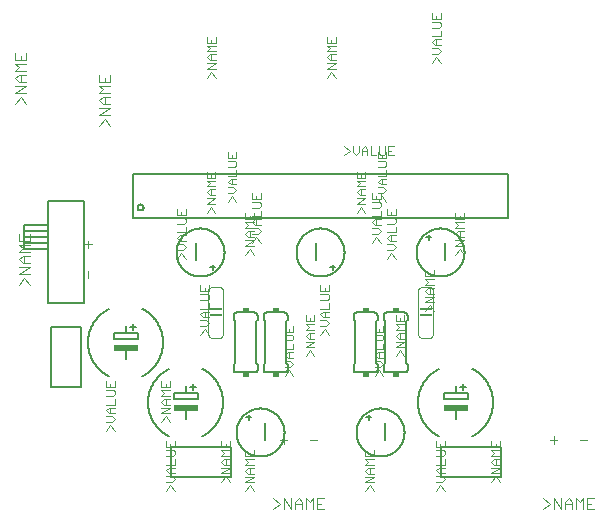
<source format=gto>
G75*
%MOIN*%
%OFA0B0*%
%FSLAX25Y25*%
%IPPOS*%
%LPD*%
%AMOC8*
5,1,8,0,0,1.08239X$1,22.5*
%
%ADD10C,0.00600*%
%ADD11C,0.00300*%
%ADD12R,0.01000X0.06400*%
%ADD13R,0.08000X0.02000*%
%ADD14C,0.00400*%
%ADD15R,0.04000X0.01000*%
%ADD16C,0.00500*%
%ADD17R,0.02000X0.01500*%
D10*
X0065760Y0054089D02*
X0065760Y0057089D01*
X0060416Y0048289D02*
X0060143Y0048422D01*
X0059874Y0048562D01*
X0059608Y0048708D01*
X0059345Y0048860D01*
X0059087Y0049019D01*
X0058832Y0049184D01*
X0058582Y0049356D01*
X0058335Y0049533D01*
X0058093Y0049716D01*
X0057856Y0049905D01*
X0057623Y0050100D01*
X0057395Y0050300D01*
X0057172Y0050506D01*
X0056954Y0050717D01*
X0056741Y0050934D01*
X0056534Y0051155D01*
X0056332Y0051382D01*
X0056135Y0051613D01*
X0055944Y0051849D01*
X0055759Y0052090D01*
X0055580Y0052335D01*
X0055407Y0052584D01*
X0055240Y0052837D01*
X0055079Y0053095D01*
X0054925Y0053356D01*
X0054777Y0053621D01*
X0054635Y0053889D01*
X0054500Y0054161D01*
X0054372Y0054436D01*
X0054250Y0054714D01*
X0054135Y0054995D01*
X0054027Y0055279D01*
X0053926Y0055565D01*
X0053831Y0055853D01*
X0053744Y0056144D01*
X0053664Y0056437D01*
X0053591Y0056731D01*
X0053525Y0057027D01*
X0053467Y0057325D01*
X0053415Y0057624D01*
X0053371Y0057925D01*
X0053335Y0058226D01*
X0053305Y0058528D01*
X0053283Y0058831D01*
X0053268Y0059134D01*
X0053261Y0059437D01*
X0053261Y0059741D01*
X0053268Y0060044D01*
X0053283Y0060347D01*
X0053305Y0060650D01*
X0053335Y0060952D01*
X0053371Y0061253D01*
X0053415Y0061554D01*
X0053467Y0061853D01*
X0053525Y0062151D01*
X0053591Y0062447D01*
X0053664Y0062741D01*
X0053744Y0063034D01*
X0053831Y0063325D01*
X0053926Y0063613D01*
X0054027Y0063899D01*
X0054135Y0064183D01*
X0054250Y0064464D01*
X0054372Y0064742D01*
X0054500Y0065017D01*
X0054635Y0065289D01*
X0054777Y0065557D01*
X0054925Y0065822D01*
X0055079Y0066083D01*
X0055240Y0066341D01*
X0055407Y0066594D01*
X0055580Y0066843D01*
X0055759Y0067088D01*
X0055944Y0067329D01*
X0056135Y0067565D01*
X0056332Y0067796D01*
X0056534Y0068023D01*
X0056741Y0068244D01*
X0056954Y0068461D01*
X0057172Y0068672D01*
X0057395Y0068878D01*
X0057623Y0069078D01*
X0057856Y0069273D01*
X0058093Y0069462D01*
X0058335Y0069645D01*
X0058582Y0069822D01*
X0058832Y0069994D01*
X0059087Y0070159D01*
X0059345Y0070318D01*
X0059608Y0070470D01*
X0059874Y0070616D01*
X0060143Y0070756D01*
X0060416Y0070889D01*
X0065760Y0065089D02*
X0065760Y0062589D01*
X0069760Y0062589D01*
X0069760Y0060589D01*
X0061760Y0060589D01*
X0061760Y0062589D01*
X0065760Y0062589D01*
X0067260Y0064589D02*
X0069260Y0064589D01*
X0068260Y0065589D02*
X0068260Y0063589D01*
X0071104Y0070889D02*
X0071377Y0070756D01*
X0071646Y0070616D01*
X0071912Y0070470D01*
X0072175Y0070318D01*
X0072433Y0070159D01*
X0072688Y0069994D01*
X0072938Y0069822D01*
X0073185Y0069645D01*
X0073427Y0069462D01*
X0073664Y0069273D01*
X0073897Y0069078D01*
X0074125Y0068878D01*
X0074348Y0068672D01*
X0074566Y0068461D01*
X0074779Y0068244D01*
X0074986Y0068023D01*
X0075188Y0067796D01*
X0075385Y0067565D01*
X0075576Y0067329D01*
X0075761Y0067088D01*
X0075940Y0066843D01*
X0076113Y0066594D01*
X0076280Y0066341D01*
X0076441Y0066083D01*
X0076595Y0065822D01*
X0076743Y0065557D01*
X0076885Y0065289D01*
X0077020Y0065017D01*
X0077148Y0064742D01*
X0077270Y0064464D01*
X0077385Y0064183D01*
X0077493Y0063899D01*
X0077594Y0063613D01*
X0077689Y0063325D01*
X0077776Y0063034D01*
X0077856Y0062741D01*
X0077929Y0062447D01*
X0077995Y0062151D01*
X0078053Y0061853D01*
X0078105Y0061554D01*
X0078149Y0061253D01*
X0078185Y0060952D01*
X0078215Y0060650D01*
X0078237Y0060347D01*
X0078252Y0060044D01*
X0078259Y0059741D01*
X0078259Y0059437D01*
X0078252Y0059134D01*
X0078237Y0058831D01*
X0078215Y0058528D01*
X0078185Y0058226D01*
X0078149Y0057925D01*
X0078105Y0057624D01*
X0078053Y0057325D01*
X0077995Y0057027D01*
X0077929Y0056731D01*
X0077856Y0056437D01*
X0077776Y0056144D01*
X0077689Y0055853D01*
X0077594Y0055565D01*
X0077493Y0055279D01*
X0077385Y0054995D01*
X0077270Y0054714D01*
X0077148Y0054436D01*
X0077020Y0054161D01*
X0076885Y0053889D01*
X0076743Y0053621D01*
X0076595Y0053356D01*
X0076441Y0053095D01*
X0076280Y0052837D01*
X0076113Y0052584D01*
X0075940Y0052335D01*
X0075761Y0052090D01*
X0075576Y0051849D01*
X0075385Y0051613D01*
X0075188Y0051382D01*
X0074986Y0051155D01*
X0074779Y0050934D01*
X0074566Y0050717D01*
X0074348Y0050506D01*
X0074125Y0050300D01*
X0073897Y0050100D01*
X0073664Y0049905D01*
X0073427Y0049716D01*
X0073185Y0049533D01*
X0072938Y0049356D01*
X0072688Y0049184D01*
X0072433Y0049019D01*
X0072175Y0048860D01*
X0071912Y0048708D01*
X0071646Y0048562D01*
X0071377Y0048422D01*
X0071104Y0048289D01*
X0086010Y0054589D02*
X0086760Y0054589D01*
X0086760Y0055339D01*
X0086760Y0054589D02*
X0087510Y0054589D01*
X0086760Y0054589D02*
X0086760Y0053839D01*
X0082760Y0049589D02*
X0082762Y0049785D01*
X0082770Y0049982D01*
X0082782Y0050178D01*
X0082799Y0050373D01*
X0082820Y0050568D01*
X0082847Y0050763D01*
X0082878Y0050957D01*
X0082914Y0051150D01*
X0082954Y0051342D01*
X0083000Y0051533D01*
X0083050Y0051723D01*
X0083104Y0051911D01*
X0083164Y0052098D01*
X0083228Y0052284D01*
X0083296Y0052468D01*
X0083369Y0052650D01*
X0083446Y0052831D01*
X0083528Y0053009D01*
X0083614Y0053186D01*
X0083705Y0053360D01*
X0083799Y0053532D01*
X0083898Y0053702D01*
X0084001Y0053869D01*
X0084108Y0054034D01*
X0084219Y0054195D01*
X0084334Y0054355D01*
X0084453Y0054511D01*
X0084576Y0054664D01*
X0084702Y0054814D01*
X0084832Y0054961D01*
X0084966Y0055105D01*
X0085103Y0055246D01*
X0085244Y0055383D01*
X0085388Y0055517D01*
X0085535Y0055647D01*
X0085685Y0055773D01*
X0085838Y0055896D01*
X0085994Y0056015D01*
X0086154Y0056130D01*
X0086315Y0056241D01*
X0086480Y0056348D01*
X0086647Y0056451D01*
X0086817Y0056550D01*
X0086989Y0056644D01*
X0087163Y0056735D01*
X0087340Y0056821D01*
X0087518Y0056903D01*
X0087699Y0056980D01*
X0087881Y0057053D01*
X0088065Y0057121D01*
X0088251Y0057185D01*
X0088438Y0057245D01*
X0088626Y0057299D01*
X0088816Y0057349D01*
X0089007Y0057395D01*
X0089199Y0057435D01*
X0089392Y0057471D01*
X0089586Y0057502D01*
X0089781Y0057529D01*
X0089976Y0057550D01*
X0090171Y0057567D01*
X0090367Y0057579D01*
X0090564Y0057587D01*
X0090760Y0057589D01*
X0090956Y0057587D01*
X0091153Y0057579D01*
X0091349Y0057567D01*
X0091544Y0057550D01*
X0091739Y0057529D01*
X0091934Y0057502D01*
X0092128Y0057471D01*
X0092321Y0057435D01*
X0092513Y0057395D01*
X0092704Y0057349D01*
X0092894Y0057299D01*
X0093082Y0057245D01*
X0093269Y0057185D01*
X0093455Y0057121D01*
X0093639Y0057053D01*
X0093821Y0056980D01*
X0094002Y0056903D01*
X0094180Y0056821D01*
X0094357Y0056735D01*
X0094531Y0056644D01*
X0094703Y0056550D01*
X0094873Y0056451D01*
X0095040Y0056348D01*
X0095205Y0056241D01*
X0095366Y0056130D01*
X0095526Y0056015D01*
X0095682Y0055896D01*
X0095835Y0055773D01*
X0095985Y0055647D01*
X0096132Y0055517D01*
X0096276Y0055383D01*
X0096417Y0055246D01*
X0096554Y0055105D01*
X0096688Y0054961D01*
X0096818Y0054814D01*
X0096944Y0054664D01*
X0097067Y0054511D01*
X0097186Y0054355D01*
X0097301Y0054195D01*
X0097412Y0054034D01*
X0097519Y0053869D01*
X0097622Y0053702D01*
X0097721Y0053532D01*
X0097815Y0053360D01*
X0097906Y0053186D01*
X0097992Y0053009D01*
X0098074Y0052831D01*
X0098151Y0052650D01*
X0098224Y0052468D01*
X0098292Y0052284D01*
X0098356Y0052098D01*
X0098416Y0051911D01*
X0098470Y0051723D01*
X0098520Y0051533D01*
X0098566Y0051342D01*
X0098606Y0051150D01*
X0098642Y0050957D01*
X0098673Y0050763D01*
X0098700Y0050568D01*
X0098721Y0050373D01*
X0098738Y0050178D01*
X0098750Y0049982D01*
X0098758Y0049785D01*
X0098760Y0049589D01*
X0098758Y0049393D01*
X0098750Y0049196D01*
X0098738Y0049000D01*
X0098721Y0048805D01*
X0098700Y0048610D01*
X0098673Y0048415D01*
X0098642Y0048221D01*
X0098606Y0048028D01*
X0098566Y0047836D01*
X0098520Y0047645D01*
X0098470Y0047455D01*
X0098416Y0047267D01*
X0098356Y0047080D01*
X0098292Y0046894D01*
X0098224Y0046710D01*
X0098151Y0046528D01*
X0098074Y0046347D01*
X0097992Y0046169D01*
X0097906Y0045992D01*
X0097815Y0045818D01*
X0097721Y0045646D01*
X0097622Y0045476D01*
X0097519Y0045309D01*
X0097412Y0045144D01*
X0097301Y0044983D01*
X0097186Y0044823D01*
X0097067Y0044667D01*
X0096944Y0044514D01*
X0096818Y0044364D01*
X0096688Y0044217D01*
X0096554Y0044073D01*
X0096417Y0043932D01*
X0096276Y0043795D01*
X0096132Y0043661D01*
X0095985Y0043531D01*
X0095835Y0043405D01*
X0095682Y0043282D01*
X0095526Y0043163D01*
X0095366Y0043048D01*
X0095205Y0042937D01*
X0095040Y0042830D01*
X0094873Y0042727D01*
X0094703Y0042628D01*
X0094531Y0042534D01*
X0094357Y0042443D01*
X0094180Y0042357D01*
X0094002Y0042275D01*
X0093821Y0042198D01*
X0093639Y0042125D01*
X0093455Y0042057D01*
X0093269Y0041993D01*
X0093082Y0041933D01*
X0092894Y0041879D01*
X0092704Y0041829D01*
X0092513Y0041783D01*
X0092321Y0041743D01*
X0092128Y0041707D01*
X0091934Y0041676D01*
X0091739Y0041649D01*
X0091544Y0041628D01*
X0091349Y0041611D01*
X0091153Y0041599D01*
X0090956Y0041591D01*
X0090760Y0041589D01*
X0090564Y0041591D01*
X0090367Y0041599D01*
X0090171Y0041611D01*
X0089976Y0041628D01*
X0089781Y0041649D01*
X0089586Y0041676D01*
X0089392Y0041707D01*
X0089199Y0041743D01*
X0089007Y0041783D01*
X0088816Y0041829D01*
X0088626Y0041879D01*
X0088438Y0041933D01*
X0088251Y0041993D01*
X0088065Y0042057D01*
X0087881Y0042125D01*
X0087699Y0042198D01*
X0087518Y0042275D01*
X0087340Y0042357D01*
X0087163Y0042443D01*
X0086989Y0042534D01*
X0086817Y0042628D01*
X0086647Y0042727D01*
X0086480Y0042830D01*
X0086315Y0042937D01*
X0086154Y0043048D01*
X0085994Y0043163D01*
X0085838Y0043282D01*
X0085685Y0043405D01*
X0085535Y0043531D01*
X0085388Y0043661D01*
X0085244Y0043795D01*
X0085103Y0043932D01*
X0084966Y0044073D01*
X0084832Y0044217D01*
X0084702Y0044364D01*
X0084576Y0044514D01*
X0084453Y0044667D01*
X0084334Y0044823D01*
X0084219Y0044983D01*
X0084108Y0045144D01*
X0084001Y0045309D01*
X0083898Y0045476D01*
X0083799Y0045646D01*
X0083705Y0045818D01*
X0083614Y0045992D01*
X0083528Y0046169D01*
X0083446Y0046347D01*
X0083369Y0046528D01*
X0083296Y0046710D01*
X0083228Y0046894D01*
X0083164Y0047080D01*
X0083104Y0047267D01*
X0083050Y0047455D01*
X0083000Y0047645D01*
X0082954Y0047836D01*
X0082914Y0048028D01*
X0082878Y0048221D01*
X0082847Y0048415D01*
X0082820Y0048610D01*
X0082799Y0048805D01*
X0082782Y0049000D01*
X0082770Y0049196D01*
X0082762Y0049393D01*
X0082760Y0049589D01*
X0082760Y0069589D02*
X0088760Y0069589D01*
X0088820Y0069591D01*
X0088881Y0069596D01*
X0088940Y0069605D01*
X0088999Y0069618D01*
X0089058Y0069634D01*
X0089115Y0069654D01*
X0089170Y0069677D01*
X0089225Y0069704D01*
X0089277Y0069733D01*
X0089328Y0069766D01*
X0089377Y0069802D01*
X0089423Y0069840D01*
X0089467Y0069882D01*
X0089509Y0069926D01*
X0089547Y0069972D01*
X0089583Y0070021D01*
X0089616Y0070072D01*
X0089645Y0070124D01*
X0089672Y0070179D01*
X0089695Y0070234D01*
X0089715Y0070291D01*
X0089731Y0070350D01*
X0089744Y0070409D01*
X0089753Y0070468D01*
X0089758Y0070529D01*
X0089760Y0070589D01*
X0089760Y0072089D01*
X0089260Y0072589D01*
X0089260Y0086589D01*
X0089760Y0087089D01*
X0089760Y0088589D01*
X0089758Y0088649D01*
X0089753Y0088710D01*
X0089744Y0088769D01*
X0089731Y0088828D01*
X0089715Y0088887D01*
X0089695Y0088944D01*
X0089672Y0088999D01*
X0089645Y0089054D01*
X0089616Y0089106D01*
X0089583Y0089157D01*
X0089547Y0089206D01*
X0089509Y0089252D01*
X0089467Y0089296D01*
X0089423Y0089338D01*
X0089377Y0089376D01*
X0089328Y0089412D01*
X0089277Y0089445D01*
X0089225Y0089474D01*
X0089170Y0089501D01*
X0089115Y0089524D01*
X0089058Y0089544D01*
X0088999Y0089560D01*
X0088940Y0089573D01*
X0088881Y0089582D01*
X0088820Y0089587D01*
X0088760Y0089589D01*
X0082760Y0089589D01*
X0082700Y0089587D01*
X0082639Y0089582D01*
X0082580Y0089573D01*
X0082521Y0089560D01*
X0082462Y0089544D01*
X0082405Y0089524D01*
X0082350Y0089501D01*
X0082295Y0089474D01*
X0082243Y0089445D01*
X0082192Y0089412D01*
X0082143Y0089376D01*
X0082097Y0089338D01*
X0082053Y0089296D01*
X0082011Y0089252D01*
X0081973Y0089206D01*
X0081937Y0089157D01*
X0081904Y0089106D01*
X0081875Y0089054D01*
X0081848Y0088999D01*
X0081825Y0088944D01*
X0081805Y0088887D01*
X0081789Y0088828D01*
X0081776Y0088769D01*
X0081767Y0088710D01*
X0081762Y0088649D01*
X0081760Y0088589D01*
X0081760Y0087089D01*
X0082260Y0086589D01*
X0082260Y0072589D01*
X0081760Y0072089D01*
X0081760Y0070589D01*
X0081762Y0070529D01*
X0081767Y0070468D01*
X0081776Y0070409D01*
X0081789Y0070350D01*
X0081805Y0070291D01*
X0081825Y0070234D01*
X0081848Y0070179D01*
X0081875Y0070124D01*
X0081904Y0070072D01*
X0081937Y0070021D01*
X0081973Y0069972D01*
X0082011Y0069926D01*
X0082053Y0069882D01*
X0082097Y0069840D01*
X0082143Y0069802D01*
X0082192Y0069766D01*
X0082243Y0069733D01*
X0082295Y0069704D01*
X0082350Y0069677D01*
X0082405Y0069654D01*
X0082462Y0069634D01*
X0082521Y0069618D01*
X0082580Y0069605D01*
X0082639Y0069596D01*
X0082700Y0069591D01*
X0082760Y0069589D01*
X0082700Y0069591D01*
X0082639Y0069596D01*
X0082580Y0069605D01*
X0082521Y0069618D01*
X0082462Y0069634D01*
X0082405Y0069654D01*
X0082350Y0069677D01*
X0082295Y0069704D01*
X0082243Y0069733D01*
X0082192Y0069766D01*
X0082143Y0069802D01*
X0082097Y0069840D01*
X0082053Y0069882D01*
X0082011Y0069926D01*
X0081973Y0069972D01*
X0081937Y0070021D01*
X0081904Y0070072D01*
X0081875Y0070124D01*
X0081848Y0070179D01*
X0081825Y0070234D01*
X0081805Y0070291D01*
X0081789Y0070350D01*
X0081776Y0070409D01*
X0081767Y0070468D01*
X0081762Y0070529D01*
X0081760Y0070589D01*
X0088760Y0069589D02*
X0088820Y0069591D01*
X0088881Y0069596D01*
X0088940Y0069605D01*
X0088999Y0069618D01*
X0089058Y0069634D01*
X0089115Y0069654D01*
X0089170Y0069677D01*
X0089225Y0069704D01*
X0089277Y0069733D01*
X0089328Y0069766D01*
X0089377Y0069802D01*
X0089423Y0069840D01*
X0089467Y0069882D01*
X0089509Y0069926D01*
X0089547Y0069972D01*
X0089583Y0070021D01*
X0089616Y0070072D01*
X0089645Y0070124D01*
X0089672Y0070179D01*
X0089695Y0070234D01*
X0089715Y0070291D01*
X0089731Y0070350D01*
X0089744Y0070409D01*
X0089753Y0070468D01*
X0089758Y0070529D01*
X0089760Y0070589D01*
X0091760Y0070589D02*
X0091760Y0072089D01*
X0092260Y0072589D01*
X0092260Y0086589D01*
X0091760Y0087089D01*
X0091760Y0088589D01*
X0091762Y0088649D01*
X0091767Y0088710D01*
X0091776Y0088769D01*
X0091789Y0088828D01*
X0091805Y0088887D01*
X0091825Y0088944D01*
X0091848Y0088999D01*
X0091875Y0089054D01*
X0091904Y0089106D01*
X0091937Y0089157D01*
X0091973Y0089206D01*
X0092011Y0089252D01*
X0092053Y0089296D01*
X0092097Y0089338D01*
X0092143Y0089376D01*
X0092192Y0089412D01*
X0092243Y0089445D01*
X0092295Y0089474D01*
X0092350Y0089501D01*
X0092405Y0089524D01*
X0092462Y0089544D01*
X0092521Y0089560D01*
X0092580Y0089573D01*
X0092639Y0089582D01*
X0092700Y0089587D01*
X0092760Y0089589D01*
X0098760Y0089589D01*
X0098820Y0089587D01*
X0098881Y0089582D01*
X0098940Y0089573D01*
X0098999Y0089560D01*
X0099058Y0089544D01*
X0099115Y0089524D01*
X0099170Y0089501D01*
X0099225Y0089474D01*
X0099277Y0089445D01*
X0099328Y0089412D01*
X0099377Y0089376D01*
X0099423Y0089338D01*
X0099467Y0089296D01*
X0099509Y0089252D01*
X0099547Y0089206D01*
X0099583Y0089157D01*
X0099616Y0089106D01*
X0099645Y0089054D01*
X0099672Y0088999D01*
X0099695Y0088944D01*
X0099715Y0088887D01*
X0099731Y0088828D01*
X0099744Y0088769D01*
X0099753Y0088710D01*
X0099758Y0088649D01*
X0099760Y0088589D01*
X0099760Y0087089D01*
X0099260Y0086589D01*
X0099260Y0072589D01*
X0099760Y0072089D01*
X0099760Y0070589D01*
X0099758Y0070529D01*
X0099753Y0070468D01*
X0099744Y0070409D01*
X0099731Y0070350D01*
X0099715Y0070291D01*
X0099695Y0070234D01*
X0099672Y0070179D01*
X0099645Y0070124D01*
X0099616Y0070072D01*
X0099583Y0070021D01*
X0099547Y0069972D01*
X0099509Y0069926D01*
X0099467Y0069882D01*
X0099423Y0069840D01*
X0099377Y0069802D01*
X0099328Y0069766D01*
X0099277Y0069733D01*
X0099225Y0069704D01*
X0099170Y0069677D01*
X0099115Y0069654D01*
X0099058Y0069634D01*
X0098999Y0069618D01*
X0098940Y0069605D01*
X0098881Y0069596D01*
X0098820Y0069591D01*
X0098760Y0069589D01*
X0092760Y0069589D01*
X0092700Y0069591D01*
X0092639Y0069596D01*
X0092580Y0069605D01*
X0092521Y0069618D01*
X0092462Y0069634D01*
X0092405Y0069654D01*
X0092350Y0069677D01*
X0092295Y0069704D01*
X0092243Y0069733D01*
X0092192Y0069766D01*
X0092143Y0069802D01*
X0092097Y0069840D01*
X0092053Y0069882D01*
X0092011Y0069926D01*
X0091973Y0069972D01*
X0091937Y0070021D01*
X0091904Y0070072D01*
X0091875Y0070124D01*
X0091848Y0070179D01*
X0091825Y0070234D01*
X0091805Y0070291D01*
X0091789Y0070350D01*
X0091776Y0070409D01*
X0091767Y0070468D01*
X0091762Y0070529D01*
X0091760Y0070589D01*
X0091762Y0070529D01*
X0091767Y0070468D01*
X0091776Y0070409D01*
X0091789Y0070350D01*
X0091805Y0070291D01*
X0091825Y0070234D01*
X0091848Y0070179D01*
X0091875Y0070124D01*
X0091904Y0070072D01*
X0091937Y0070021D01*
X0091973Y0069972D01*
X0092011Y0069926D01*
X0092053Y0069882D01*
X0092097Y0069840D01*
X0092143Y0069802D01*
X0092192Y0069766D01*
X0092243Y0069733D01*
X0092295Y0069704D01*
X0092350Y0069677D01*
X0092405Y0069654D01*
X0092462Y0069634D01*
X0092521Y0069618D01*
X0092580Y0069605D01*
X0092639Y0069596D01*
X0092700Y0069591D01*
X0092760Y0069589D01*
X0098760Y0069589D02*
X0098820Y0069591D01*
X0098881Y0069596D01*
X0098940Y0069605D01*
X0098999Y0069618D01*
X0099058Y0069634D01*
X0099115Y0069654D01*
X0099170Y0069677D01*
X0099225Y0069704D01*
X0099277Y0069733D01*
X0099328Y0069766D01*
X0099377Y0069802D01*
X0099423Y0069840D01*
X0099467Y0069882D01*
X0099509Y0069926D01*
X0099547Y0069972D01*
X0099583Y0070021D01*
X0099616Y0070072D01*
X0099645Y0070124D01*
X0099672Y0070179D01*
X0099695Y0070234D01*
X0099715Y0070291D01*
X0099731Y0070350D01*
X0099744Y0070409D01*
X0099753Y0070468D01*
X0099758Y0070529D01*
X0099760Y0070589D01*
X0099760Y0088589D02*
X0099758Y0088649D01*
X0099753Y0088710D01*
X0099744Y0088769D01*
X0099731Y0088828D01*
X0099715Y0088887D01*
X0099695Y0088944D01*
X0099672Y0088999D01*
X0099645Y0089054D01*
X0099616Y0089106D01*
X0099583Y0089157D01*
X0099547Y0089206D01*
X0099509Y0089252D01*
X0099467Y0089296D01*
X0099423Y0089338D01*
X0099377Y0089376D01*
X0099328Y0089412D01*
X0099277Y0089445D01*
X0099225Y0089474D01*
X0099170Y0089501D01*
X0099115Y0089524D01*
X0099058Y0089544D01*
X0098999Y0089560D01*
X0098940Y0089573D01*
X0098881Y0089582D01*
X0098820Y0089587D01*
X0098760Y0089589D01*
X0092760Y0089589D02*
X0092700Y0089587D01*
X0092639Y0089582D01*
X0092580Y0089573D01*
X0092521Y0089560D01*
X0092462Y0089544D01*
X0092405Y0089524D01*
X0092350Y0089501D01*
X0092295Y0089474D01*
X0092243Y0089445D01*
X0092192Y0089412D01*
X0092143Y0089376D01*
X0092097Y0089338D01*
X0092053Y0089296D01*
X0092011Y0089252D01*
X0091973Y0089206D01*
X0091937Y0089157D01*
X0091904Y0089106D01*
X0091875Y0089054D01*
X0091848Y0088999D01*
X0091825Y0088944D01*
X0091805Y0088887D01*
X0091789Y0088828D01*
X0091776Y0088769D01*
X0091767Y0088710D01*
X0091762Y0088649D01*
X0091760Y0088589D01*
X0089760Y0088589D02*
X0089758Y0088649D01*
X0089753Y0088710D01*
X0089744Y0088769D01*
X0089731Y0088828D01*
X0089715Y0088887D01*
X0089695Y0088944D01*
X0089672Y0088999D01*
X0089645Y0089054D01*
X0089616Y0089106D01*
X0089583Y0089157D01*
X0089547Y0089206D01*
X0089509Y0089252D01*
X0089467Y0089296D01*
X0089423Y0089338D01*
X0089377Y0089376D01*
X0089328Y0089412D01*
X0089277Y0089445D01*
X0089225Y0089474D01*
X0089170Y0089501D01*
X0089115Y0089524D01*
X0089058Y0089544D01*
X0088999Y0089560D01*
X0088940Y0089573D01*
X0088881Y0089582D01*
X0088820Y0089587D01*
X0088760Y0089589D01*
X0082760Y0089589D02*
X0082700Y0089587D01*
X0082639Y0089582D01*
X0082580Y0089573D01*
X0082521Y0089560D01*
X0082462Y0089544D01*
X0082405Y0089524D01*
X0082350Y0089501D01*
X0082295Y0089474D01*
X0082243Y0089445D01*
X0082192Y0089412D01*
X0082143Y0089376D01*
X0082097Y0089338D01*
X0082053Y0089296D01*
X0082011Y0089252D01*
X0081973Y0089206D01*
X0081937Y0089157D01*
X0081904Y0089106D01*
X0081875Y0089054D01*
X0081848Y0088999D01*
X0081825Y0088944D01*
X0081805Y0088887D01*
X0081789Y0088828D01*
X0081776Y0088769D01*
X0081767Y0088710D01*
X0081762Y0088649D01*
X0081760Y0088589D01*
X0074760Y0103839D02*
X0074760Y0104589D01*
X0074010Y0104589D01*
X0074760Y0104589D02*
X0074760Y0105339D01*
X0074760Y0104589D02*
X0075510Y0104589D01*
X0062760Y0109589D02*
X0062762Y0109785D01*
X0062770Y0109982D01*
X0062782Y0110178D01*
X0062799Y0110373D01*
X0062820Y0110568D01*
X0062847Y0110763D01*
X0062878Y0110957D01*
X0062914Y0111150D01*
X0062954Y0111342D01*
X0063000Y0111533D01*
X0063050Y0111723D01*
X0063104Y0111911D01*
X0063164Y0112098D01*
X0063228Y0112284D01*
X0063296Y0112468D01*
X0063369Y0112650D01*
X0063446Y0112831D01*
X0063528Y0113009D01*
X0063614Y0113186D01*
X0063705Y0113360D01*
X0063799Y0113532D01*
X0063898Y0113702D01*
X0064001Y0113869D01*
X0064108Y0114034D01*
X0064219Y0114195D01*
X0064334Y0114355D01*
X0064453Y0114511D01*
X0064576Y0114664D01*
X0064702Y0114814D01*
X0064832Y0114961D01*
X0064966Y0115105D01*
X0065103Y0115246D01*
X0065244Y0115383D01*
X0065388Y0115517D01*
X0065535Y0115647D01*
X0065685Y0115773D01*
X0065838Y0115896D01*
X0065994Y0116015D01*
X0066154Y0116130D01*
X0066315Y0116241D01*
X0066480Y0116348D01*
X0066647Y0116451D01*
X0066817Y0116550D01*
X0066989Y0116644D01*
X0067163Y0116735D01*
X0067340Y0116821D01*
X0067518Y0116903D01*
X0067699Y0116980D01*
X0067881Y0117053D01*
X0068065Y0117121D01*
X0068251Y0117185D01*
X0068438Y0117245D01*
X0068626Y0117299D01*
X0068816Y0117349D01*
X0069007Y0117395D01*
X0069199Y0117435D01*
X0069392Y0117471D01*
X0069586Y0117502D01*
X0069781Y0117529D01*
X0069976Y0117550D01*
X0070171Y0117567D01*
X0070367Y0117579D01*
X0070564Y0117587D01*
X0070760Y0117589D01*
X0070956Y0117587D01*
X0071153Y0117579D01*
X0071349Y0117567D01*
X0071544Y0117550D01*
X0071739Y0117529D01*
X0071934Y0117502D01*
X0072128Y0117471D01*
X0072321Y0117435D01*
X0072513Y0117395D01*
X0072704Y0117349D01*
X0072894Y0117299D01*
X0073082Y0117245D01*
X0073269Y0117185D01*
X0073455Y0117121D01*
X0073639Y0117053D01*
X0073821Y0116980D01*
X0074002Y0116903D01*
X0074180Y0116821D01*
X0074357Y0116735D01*
X0074531Y0116644D01*
X0074703Y0116550D01*
X0074873Y0116451D01*
X0075040Y0116348D01*
X0075205Y0116241D01*
X0075366Y0116130D01*
X0075526Y0116015D01*
X0075682Y0115896D01*
X0075835Y0115773D01*
X0075985Y0115647D01*
X0076132Y0115517D01*
X0076276Y0115383D01*
X0076417Y0115246D01*
X0076554Y0115105D01*
X0076688Y0114961D01*
X0076818Y0114814D01*
X0076944Y0114664D01*
X0077067Y0114511D01*
X0077186Y0114355D01*
X0077301Y0114195D01*
X0077412Y0114034D01*
X0077519Y0113869D01*
X0077622Y0113702D01*
X0077721Y0113532D01*
X0077815Y0113360D01*
X0077906Y0113186D01*
X0077992Y0113009D01*
X0078074Y0112831D01*
X0078151Y0112650D01*
X0078224Y0112468D01*
X0078292Y0112284D01*
X0078356Y0112098D01*
X0078416Y0111911D01*
X0078470Y0111723D01*
X0078520Y0111533D01*
X0078566Y0111342D01*
X0078606Y0111150D01*
X0078642Y0110957D01*
X0078673Y0110763D01*
X0078700Y0110568D01*
X0078721Y0110373D01*
X0078738Y0110178D01*
X0078750Y0109982D01*
X0078758Y0109785D01*
X0078760Y0109589D01*
X0078758Y0109393D01*
X0078750Y0109196D01*
X0078738Y0109000D01*
X0078721Y0108805D01*
X0078700Y0108610D01*
X0078673Y0108415D01*
X0078642Y0108221D01*
X0078606Y0108028D01*
X0078566Y0107836D01*
X0078520Y0107645D01*
X0078470Y0107455D01*
X0078416Y0107267D01*
X0078356Y0107080D01*
X0078292Y0106894D01*
X0078224Y0106710D01*
X0078151Y0106528D01*
X0078074Y0106347D01*
X0077992Y0106169D01*
X0077906Y0105992D01*
X0077815Y0105818D01*
X0077721Y0105646D01*
X0077622Y0105476D01*
X0077519Y0105309D01*
X0077412Y0105144D01*
X0077301Y0104983D01*
X0077186Y0104823D01*
X0077067Y0104667D01*
X0076944Y0104514D01*
X0076818Y0104364D01*
X0076688Y0104217D01*
X0076554Y0104073D01*
X0076417Y0103932D01*
X0076276Y0103795D01*
X0076132Y0103661D01*
X0075985Y0103531D01*
X0075835Y0103405D01*
X0075682Y0103282D01*
X0075526Y0103163D01*
X0075366Y0103048D01*
X0075205Y0102937D01*
X0075040Y0102830D01*
X0074873Y0102727D01*
X0074703Y0102628D01*
X0074531Y0102534D01*
X0074357Y0102443D01*
X0074180Y0102357D01*
X0074002Y0102275D01*
X0073821Y0102198D01*
X0073639Y0102125D01*
X0073455Y0102057D01*
X0073269Y0101993D01*
X0073082Y0101933D01*
X0072894Y0101879D01*
X0072704Y0101829D01*
X0072513Y0101783D01*
X0072321Y0101743D01*
X0072128Y0101707D01*
X0071934Y0101676D01*
X0071739Y0101649D01*
X0071544Y0101628D01*
X0071349Y0101611D01*
X0071153Y0101599D01*
X0070956Y0101591D01*
X0070760Y0101589D01*
X0070564Y0101591D01*
X0070367Y0101599D01*
X0070171Y0101611D01*
X0069976Y0101628D01*
X0069781Y0101649D01*
X0069586Y0101676D01*
X0069392Y0101707D01*
X0069199Y0101743D01*
X0069007Y0101783D01*
X0068816Y0101829D01*
X0068626Y0101879D01*
X0068438Y0101933D01*
X0068251Y0101993D01*
X0068065Y0102057D01*
X0067881Y0102125D01*
X0067699Y0102198D01*
X0067518Y0102275D01*
X0067340Y0102357D01*
X0067163Y0102443D01*
X0066989Y0102534D01*
X0066817Y0102628D01*
X0066647Y0102727D01*
X0066480Y0102830D01*
X0066315Y0102937D01*
X0066154Y0103048D01*
X0065994Y0103163D01*
X0065838Y0103282D01*
X0065685Y0103405D01*
X0065535Y0103531D01*
X0065388Y0103661D01*
X0065244Y0103795D01*
X0065103Y0103932D01*
X0064966Y0104073D01*
X0064832Y0104217D01*
X0064702Y0104364D01*
X0064576Y0104514D01*
X0064453Y0104667D01*
X0064334Y0104823D01*
X0064219Y0104983D01*
X0064108Y0105144D01*
X0064001Y0105309D01*
X0063898Y0105476D01*
X0063799Y0105646D01*
X0063705Y0105818D01*
X0063614Y0105992D01*
X0063528Y0106169D01*
X0063446Y0106347D01*
X0063369Y0106528D01*
X0063296Y0106710D01*
X0063228Y0106894D01*
X0063164Y0107080D01*
X0063104Y0107267D01*
X0063050Y0107455D01*
X0063000Y0107645D01*
X0062954Y0107836D01*
X0062914Y0108028D01*
X0062878Y0108221D01*
X0062847Y0108415D01*
X0062820Y0108610D01*
X0062799Y0108805D01*
X0062782Y0109000D01*
X0062770Y0109196D01*
X0062762Y0109393D01*
X0062760Y0109589D01*
X0048260Y0121089D02*
X0048260Y0135589D01*
X0173260Y0135589D01*
X0173260Y0121089D01*
X0048260Y0121089D01*
X0031760Y0126589D02*
X0031760Y0092589D01*
X0019760Y0092589D01*
X0019760Y0126589D01*
X0031760Y0126589D01*
X0019760Y0118589D02*
X0019760Y0116589D01*
X0019760Y0114589D01*
X0019760Y0112589D01*
X0019760Y0110589D01*
X0011760Y0110589D01*
X0011760Y0112589D01*
X0011760Y0114589D01*
X0019760Y0114589D01*
X0019760Y0112589D02*
X0011760Y0112589D01*
X0011760Y0114589D02*
X0011760Y0116589D01*
X0011760Y0118589D01*
X0019760Y0118589D01*
X0019760Y0116589D02*
X0011760Y0116589D01*
X0045760Y0085089D02*
X0045760Y0082589D01*
X0049760Y0082589D01*
X0049760Y0080589D01*
X0041760Y0080589D01*
X0041760Y0082589D01*
X0045760Y0082589D01*
X0047260Y0084589D02*
X0049260Y0084589D01*
X0048260Y0085589D02*
X0048260Y0083589D01*
X0040416Y0090889D02*
X0040143Y0090756D01*
X0039874Y0090616D01*
X0039608Y0090470D01*
X0039345Y0090318D01*
X0039087Y0090159D01*
X0038832Y0089994D01*
X0038582Y0089822D01*
X0038335Y0089645D01*
X0038093Y0089462D01*
X0037856Y0089273D01*
X0037623Y0089078D01*
X0037395Y0088878D01*
X0037172Y0088672D01*
X0036954Y0088461D01*
X0036741Y0088244D01*
X0036534Y0088023D01*
X0036332Y0087796D01*
X0036135Y0087565D01*
X0035944Y0087329D01*
X0035759Y0087088D01*
X0035580Y0086843D01*
X0035407Y0086594D01*
X0035240Y0086341D01*
X0035079Y0086083D01*
X0034925Y0085822D01*
X0034777Y0085557D01*
X0034635Y0085289D01*
X0034500Y0085017D01*
X0034372Y0084742D01*
X0034250Y0084464D01*
X0034135Y0084183D01*
X0034027Y0083899D01*
X0033926Y0083613D01*
X0033831Y0083325D01*
X0033744Y0083034D01*
X0033664Y0082741D01*
X0033591Y0082447D01*
X0033525Y0082151D01*
X0033467Y0081853D01*
X0033415Y0081554D01*
X0033371Y0081253D01*
X0033335Y0080952D01*
X0033305Y0080650D01*
X0033283Y0080347D01*
X0033268Y0080044D01*
X0033261Y0079741D01*
X0033261Y0079437D01*
X0033268Y0079134D01*
X0033283Y0078831D01*
X0033305Y0078528D01*
X0033335Y0078226D01*
X0033371Y0077925D01*
X0033415Y0077624D01*
X0033467Y0077325D01*
X0033525Y0077027D01*
X0033591Y0076731D01*
X0033664Y0076437D01*
X0033744Y0076144D01*
X0033831Y0075853D01*
X0033926Y0075565D01*
X0034027Y0075279D01*
X0034135Y0074995D01*
X0034250Y0074714D01*
X0034372Y0074436D01*
X0034500Y0074161D01*
X0034635Y0073889D01*
X0034777Y0073621D01*
X0034925Y0073356D01*
X0035079Y0073095D01*
X0035240Y0072837D01*
X0035407Y0072584D01*
X0035580Y0072335D01*
X0035759Y0072090D01*
X0035944Y0071849D01*
X0036135Y0071613D01*
X0036332Y0071382D01*
X0036534Y0071155D01*
X0036741Y0070934D01*
X0036954Y0070717D01*
X0037172Y0070506D01*
X0037395Y0070300D01*
X0037623Y0070100D01*
X0037856Y0069905D01*
X0038093Y0069716D01*
X0038335Y0069533D01*
X0038582Y0069356D01*
X0038832Y0069184D01*
X0039087Y0069019D01*
X0039345Y0068860D01*
X0039608Y0068708D01*
X0039874Y0068562D01*
X0040143Y0068422D01*
X0040416Y0068289D01*
X0045760Y0074089D02*
X0045760Y0077089D01*
X0051104Y0068289D02*
X0051377Y0068422D01*
X0051646Y0068562D01*
X0051912Y0068708D01*
X0052175Y0068860D01*
X0052433Y0069019D01*
X0052688Y0069184D01*
X0052938Y0069356D01*
X0053185Y0069533D01*
X0053427Y0069716D01*
X0053664Y0069905D01*
X0053897Y0070100D01*
X0054125Y0070300D01*
X0054348Y0070506D01*
X0054566Y0070717D01*
X0054779Y0070934D01*
X0054986Y0071155D01*
X0055188Y0071382D01*
X0055385Y0071613D01*
X0055576Y0071849D01*
X0055761Y0072090D01*
X0055940Y0072335D01*
X0056113Y0072584D01*
X0056280Y0072837D01*
X0056441Y0073095D01*
X0056595Y0073356D01*
X0056743Y0073621D01*
X0056885Y0073889D01*
X0057020Y0074161D01*
X0057148Y0074436D01*
X0057270Y0074714D01*
X0057385Y0074995D01*
X0057493Y0075279D01*
X0057594Y0075565D01*
X0057689Y0075853D01*
X0057776Y0076144D01*
X0057856Y0076437D01*
X0057929Y0076731D01*
X0057995Y0077027D01*
X0058053Y0077325D01*
X0058105Y0077624D01*
X0058149Y0077925D01*
X0058185Y0078226D01*
X0058215Y0078528D01*
X0058237Y0078831D01*
X0058252Y0079134D01*
X0058259Y0079437D01*
X0058259Y0079741D01*
X0058252Y0080044D01*
X0058237Y0080347D01*
X0058215Y0080650D01*
X0058185Y0080952D01*
X0058149Y0081253D01*
X0058105Y0081554D01*
X0058053Y0081853D01*
X0057995Y0082151D01*
X0057929Y0082447D01*
X0057856Y0082741D01*
X0057776Y0083034D01*
X0057689Y0083325D01*
X0057594Y0083613D01*
X0057493Y0083899D01*
X0057385Y0084183D01*
X0057270Y0084464D01*
X0057148Y0084742D01*
X0057020Y0085017D01*
X0056885Y0085289D01*
X0056743Y0085557D01*
X0056595Y0085822D01*
X0056441Y0086083D01*
X0056280Y0086341D01*
X0056113Y0086594D01*
X0055940Y0086843D01*
X0055761Y0087088D01*
X0055576Y0087329D01*
X0055385Y0087565D01*
X0055188Y0087796D01*
X0054986Y0088023D01*
X0054779Y0088244D01*
X0054566Y0088461D01*
X0054348Y0088672D01*
X0054125Y0088878D01*
X0053897Y0089078D01*
X0053664Y0089273D01*
X0053427Y0089462D01*
X0053185Y0089645D01*
X0052938Y0089822D01*
X0052688Y0089994D01*
X0052433Y0090159D01*
X0052175Y0090318D01*
X0051912Y0090470D01*
X0051646Y0090616D01*
X0051377Y0090756D01*
X0051104Y0090889D01*
X0102760Y0109589D02*
X0102762Y0109785D01*
X0102770Y0109982D01*
X0102782Y0110178D01*
X0102799Y0110373D01*
X0102820Y0110568D01*
X0102847Y0110763D01*
X0102878Y0110957D01*
X0102914Y0111150D01*
X0102954Y0111342D01*
X0103000Y0111533D01*
X0103050Y0111723D01*
X0103104Y0111911D01*
X0103164Y0112098D01*
X0103228Y0112284D01*
X0103296Y0112468D01*
X0103369Y0112650D01*
X0103446Y0112831D01*
X0103528Y0113009D01*
X0103614Y0113186D01*
X0103705Y0113360D01*
X0103799Y0113532D01*
X0103898Y0113702D01*
X0104001Y0113869D01*
X0104108Y0114034D01*
X0104219Y0114195D01*
X0104334Y0114355D01*
X0104453Y0114511D01*
X0104576Y0114664D01*
X0104702Y0114814D01*
X0104832Y0114961D01*
X0104966Y0115105D01*
X0105103Y0115246D01*
X0105244Y0115383D01*
X0105388Y0115517D01*
X0105535Y0115647D01*
X0105685Y0115773D01*
X0105838Y0115896D01*
X0105994Y0116015D01*
X0106154Y0116130D01*
X0106315Y0116241D01*
X0106480Y0116348D01*
X0106647Y0116451D01*
X0106817Y0116550D01*
X0106989Y0116644D01*
X0107163Y0116735D01*
X0107340Y0116821D01*
X0107518Y0116903D01*
X0107699Y0116980D01*
X0107881Y0117053D01*
X0108065Y0117121D01*
X0108251Y0117185D01*
X0108438Y0117245D01*
X0108626Y0117299D01*
X0108816Y0117349D01*
X0109007Y0117395D01*
X0109199Y0117435D01*
X0109392Y0117471D01*
X0109586Y0117502D01*
X0109781Y0117529D01*
X0109976Y0117550D01*
X0110171Y0117567D01*
X0110367Y0117579D01*
X0110564Y0117587D01*
X0110760Y0117589D01*
X0110956Y0117587D01*
X0111153Y0117579D01*
X0111349Y0117567D01*
X0111544Y0117550D01*
X0111739Y0117529D01*
X0111934Y0117502D01*
X0112128Y0117471D01*
X0112321Y0117435D01*
X0112513Y0117395D01*
X0112704Y0117349D01*
X0112894Y0117299D01*
X0113082Y0117245D01*
X0113269Y0117185D01*
X0113455Y0117121D01*
X0113639Y0117053D01*
X0113821Y0116980D01*
X0114002Y0116903D01*
X0114180Y0116821D01*
X0114357Y0116735D01*
X0114531Y0116644D01*
X0114703Y0116550D01*
X0114873Y0116451D01*
X0115040Y0116348D01*
X0115205Y0116241D01*
X0115366Y0116130D01*
X0115526Y0116015D01*
X0115682Y0115896D01*
X0115835Y0115773D01*
X0115985Y0115647D01*
X0116132Y0115517D01*
X0116276Y0115383D01*
X0116417Y0115246D01*
X0116554Y0115105D01*
X0116688Y0114961D01*
X0116818Y0114814D01*
X0116944Y0114664D01*
X0117067Y0114511D01*
X0117186Y0114355D01*
X0117301Y0114195D01*
X0117412Y0114034D01*
X0117519Y0113869D01*
X0117622Y0113702D01*
X0117721Y0113532D01*
X0117815Y0113360D01*
X0117906Y0113186D01*
X0117992Y0113009D01*
X0118074Y0112831D01*
X0118151Y0112650D01*
X0118224Y0112468D01*
X0118292Y0112284D01*
X0118356Y0112098D01*
X0118416Y0111911D01*
X0118470Y0111723D01*
X0118520Y0111533D01*
X0118566Y0111342D01*
X0118606Y0111150D01*
X0118642Y0110957D01*
X0118673Y0110763D01*
X0118700Y0110568D01*
X0118721Y0110373D01*
X0118738Y0110178D01*
X0118750Y0109982D01*
X0118758Y0109785D01*
X0118760Y0109589D01*
X0118758Y0109393D01*
X0118750Y0109196D01*
X0118738Y0109000D01*
X0118721Y0108805D01*
X0118700Y0108610D01*
X0118673Y0108415D01*
X0118642Y0108221D01*
X0118606Y0108028D01*
X0118566Y0107836D01*
X0118520Y0107645D01*
X0118470Y0107455D01*
X0118416Y0107267D01*
X0118356Y0107080D01*
X0118292Y0106894D01*
X0118224Y0106710D01*
X0118151Y0106528D01*
X0118074Y0106347D01*
X0117992Y0106169D01*
X0117906Y0105992D01*
X0117815Y0105818D01*
X0117721Y0105646D01*
X0117622Y0105476D01*
X0117519Y0105309D01*
X0117412Y0105144D01*
X0117301Y0104983D01*
X0117186Y0104823D01*
X0117067Y0104667D01*
X0116944Y0104514D01*
X0116818Y0104364D01*
X0116688Y0104217D01*
X0116554Y0104073D01*
X0116417Y0103932D01*
X0116276Y0103795D01*
X0116132Y0103661D01*
X0115985Y0103531D01*
X0115835Y0103405D01*
X0115682Y0103282D01*
X0115526Y0103163D01*
X0115366Y0103048D01*
X0115205Y0102937D01*
X0115040Y0102830D01*
X0114873Y0102727D01*
X0114703Y0102628D01*
X0114531Y0102534D01*
X0114357Y0102443D01*
X0114180Y0102357D01*
X0114002Y0102275D01*
X0113821Y0102198D01*
X0113639Y0102125D01*
X0113455Y0102057D01*
X0113269Y0101993D01*
X0113082Y0101933D01*
X0112894Y0101879D01*
X0112704Y0101829D01*
X0112513Y0101783D01*
X0112321Y0101743D01*
X0112128Y0101707D01*
X0111934Y0101676D01*
X0111739Y0101649D01*
X0111544Y0101628D01*
X0111349Y0101611D01*
X0111153Y0101599D01*
X0110956Y0101591D01*
X0110760Y0101589D01*
X0110564Y0101591D01*
X0110367Y0101599D01*
X0110171Y0101611D01*
X0109976Y0101628D01*
X0109781Y0101649D01*
X0109586Y0101676D01*
X0109392Y0101707D01*
X0109199Y0101743D01*
X0109007Y0101783D01*
X0108816Y0101829D01*
X0108626Y0101879D01*
X0108438Y0101933D01*
X0108251Y0101993D01*
X0108065Y0102057D01*
X0107881Y0102125D01*
X0107699Y0102198D01*
X0107518Y0102275D01*
X0107340Y0102357D01*
X0107163Y0102443D01*
X0106989Y0102534D01*
X0106817Y0102628D01*
X0106647Y0102727D01*
X0106480Y0102830D01*
X0106315Y0102937D01*
X0106154Y0103048D01*
X0105994Y0103163D01*
X0105838Y0103282D01*
X0105685Y0103405D01*
X0105535Y0103531D01*
X0105388Y0103661D01*
X0105244Y0103795D01*
X0105103Y0103932D01*
X0104966Y0104073D01*
X0104832Y0104217D01*
X0104702Y0104364D01*
X0104576Y0104514D01*
X0104453Y0104667D01*
X0104334Y0104823D01*
X0104219Y0104983D01*
X0104108Y0105144D01*
X0104001Y0105309D01*
X0103898Y0105476D01*
X0103799Y0105646D01*
X0103705Y0105818D01*
X0103614Y0105992D01*
X0103528Y0106169D01*
X0103446Y0106347D01*
X0103369Y0106528D01*
X0103296Y0106710D01*
X0103228Y0106894D01*
X0103164Y0107080D01*
X0103104Y0107267D01*
X0103050Y0107455D01*
X0103000Y0107645D01*
X0102954Y0107836D01*
X0102914Y0108028D01*
X0102878Y0108221D01*
X0102847Y0108415D01*
X0102820Y0108610D01*
X0102799Y0108805D01*
X0102782Y0109000D01*
X0102770Y0109196D01*
X0102762Y0109393D01*
X0102760Y0109589D01*
X0114010Y0104589D02*
X0114760Y0104589D01*
X0114760Y0103839D01*
X0114760Y0104589D02*
X0114760Y0105339D01*
X0114760Y0104589D02*
X0115510Y0104589D01*
X0122760Y0089589D02*
X0128760Y0089589D01*
X0128820Y0089587D01*
X0128881Y0089582D01*
X0128940Y0089573D01*
X0128999Y0089560D01*
X0129058Y0089544D01*
X0129115Y0089524D01*
X0129170Y0089501D01*
X0129225Y0089474D01*
X0129277Y0089445D01*
X0129328Y0089412D01*
X0129377Y0089376D01*
X0129423Y0089338D01*
X0129467Y0089296D01*
X0129509Y0089252D01*
X0129547Y0089206D01*
X0129583Y0089157D01*
X0129616Y0089106D01*
X0129645Y0089054D01*
X0129672Y0088999D01*
X0129695Y0088944D01*
X0129715Y0088887D01*
X0129731Y0088828D01*
X0129744Y0088769D01*
X0129753Y0088710D01*
X0129758Y0088649D01*
X0129760Y0088589D01*
X0129760Y0087089D01*
X0129260Y0086589D01*
X0129260Y0072589D01*
X0129760Y0072089D01*
X0129760Y0070589D01*
X0129758Y0070529D01*
X0129753Y0070468D01*
X0129744Y0070409D01*
X0129731Y0070350D01*
X0129715Y0070291D01*
X0129695Y0070234D01*
X0129672Y0070179D01*
X0129645Y0070124D01*
X0129616Y0070072D01*
X0129583Y0070021D01*
X0129547Y0069972D01*
X0129509Y0069926D01*
X0129467Y0069882D01*
X0129423Y0069840D01*
X0129377Y0069802D01*
X0129328Y0069766D01*
X0129277Y0069733D01*
X0129225Y0069704D01*
X0129170Y0069677D01*
X0129115Y0069654D01*
X0129058Y0069634D01*
X0128999Y0069618D01*
X0128940Y0069605D01*
X0128881Y0069596D01*
X0128820Y0069591D01*
X0128760Y0069589D01*
X0122760Y0069589D01*
X0122700Y0069591D01*
X0122639Y0069596D01*
X0122580Y0069605D01*
X0122521Y0069618D01*
X0122462Y0069634D01*
X0122405Y0069654D01*
X0122350Y0069677D01*
X0122295Y0069704D01*
X0122243Y0069733D01*
X0122192Y0069766D01*
X0122143Y0069802D01*
X0122097Y0069840D01*
X0122053Y0069882D01*
X0122011Y0069926D01*
X0121973Y0069972D01*
X0121937Y0070021D01*
X0121904Y0070072D01*
X0121875Y0070124D01*
X0121848Y0070179D01*
X0121825Y0070234D01*
X0121805Y0070291D01*
X0121789Y0070350D01*
X0121776Y0070409D01*
X0121767Y0070468D01*
X0121762Y0070529D01*
X0121760Y0070589D01*
X0121760Y0072089D01*
X0122260Y0072589D01*
X0122260Y0086589D01*
X0121760Y0087089D01*
X0121760Y0088589D01*
X0121762Y0088649D01*
X0121767Y0088710D01*
X0121776Y0088769D01*
X0121789Y0088828D01*
X0121805Y0088887D01*
X0121825Y0088944D01*
X0121848Y0088999D01*
X0121875Y0089054D01*
X0121904Y0089106D01*
X0121937Y0089157D01*
X0121973Y0089206D01*
X0122011Y0089252D01*
X0122053Y0089296D01*
X0122097Y0089338D01*
X0122143Y0089376D01*
X0122192Y0089412D01*
X0122243Y0089445D01*
X0122295Y0089474D01*
X0122350Y0089501D01*
X0122405Y0089524D01*
X0122462Y0089544D01*
X0122521Y0089560D01*
X0122580Y0089573D01*
X0122639Y0089582D01*
X0122700Y0089587D01*
X0122760Y0089589D01*
X0122700Y0089587D01*
X0122639Y0089582D01*
X0122580Y0089573D01*
X0122521Y0089560D01*
X0122462Y0089544D01*
X0122405Y0089524D01*
X0122350Y0089501D01*
X0122295Y0089474D01*
X0122243Y0089445D01*
X0122192Y0089412D01*
X0122143Y0089376D01*
X0122097Y0089338D01*
X0122053Y0089296D01*
X0122011Y0089252D01*
X0121973Y0089206D01*
X0121937Y0089157D01*
X0121904Y0089106D01*
X0121875Y0089054D01*
X0121848Y0088999D01*
X0121825Y0088944D01*
X0121805Y0088887D01*
X0121789Y0088828D01*
X0121776Y0088769D01*
X0121767Y0088710D01*
X0121762Y0088649D01*
X0121760Y0088589D01*
X0128760Y0089589D02*
X0128820Y0089587D01*
X0128881Y0089582D01*
X0128940Y0089573D01*
X0128999Y0089560D01*
X0129058Y0089544D01*
X0129115Y0089524D01*
X0129170Y0089501D01*
X0129225Y0089474D01*
X0129277Y0089445D01*
X0129328Y0089412D01*
X0129377Y0089376D01*
X0129423Y0089338D01*
X0129467Y0089296D01*
X0129509Y0089252D01*
X0129547Y0089206D01*
X0129583Y0089157D01*
X0129616Y0089106D01*
X0129645Y0089054D01*
X0129672Y0088999D01*
X0129695Y0088944D01*
X0129715Y0088887D01*
X0129731Y0088828D01*
X0129744Y0088769D01*
X0129753Y0088710D01*
X0129758Y0088649D01*
X0129760Y0088589D01*
X0131760Y0088589D02*
X0131760Y0087089D01*
X0132260Y0086589D01*
X0132260Y0072589D01*
X0131760Y0072089D01*
X0131760Y0070589D01*
X0131762Y0070529D01*
X0131767Y0070468D01*
X0131776Y0070409D01*
X0131789Y0070350D01*
X0131805Y0070291D01*
X0131825Y0070234D01*
X0131848Y0070179D01*
X0131875Y0070124D01*
X0131904Y0070072D01*
X0131937Y0070021D01*
X0131973Y0069972D01*
X0132011Y0069926D01*
X0132053Y0069882D01*
X0132097Y0069840D01*
X0132143Y0069802D01*
X0132192Y0069766D01*
X0132243Y0069733D01*
X0132295Y0069704D01*
X0132350Y0069677D01*
X0132405Y0069654D01*
X0132462Y0069634D01*
X0132521Y0069618D01*
X0132580Y0069605D01*
X0132639Y0069596D01*
X0132700Y0069591D01*
X0132760Y0069589D01*
X0138760Y0069589D01*
X0138820Y0069591D01*
X0138881Y0069596D01*
X0138940Y0069605D01*
X0138999Y0069618D01*
X0139058Y0069634D01*
X0139115Y0069654D01*
X0139170Y0069677D01*
X0139225Y0069704D01*
X0139277Y0069733D01*
X0139328Y0069766D01*
X0139377Y0069802D01*
X0139423Y0069840D01*
X0139467Y0069882D01*
X0139509Y0069926D01*
X0139547Y0069972D01*
X0139583Y0070021D01*
X0139616Y0070072D01*
X0139645Y0070124D01*
X0139672Y0070179D01*
X0139695Y0070234D01*
X0139715Y0070291D01*
X0139731Y0070350D01*
X0139744Y0070409D01*
X0139753Y0070468D01*
X0139758Y0070529D01*
X0139760Y0070589D01*
X0139760Y0072089D01*
X0139260Y0072589D01*
X0139260Y0086589D01*
X0139760Y0087089D01*
X0139760Y0088589D01*
X0139758Y0088649D01*
X0139753Y0088710D01*
X0139744Y0088769D01*
X0139731Y0088828D01*
X0139715Y0088887D01*
X0139695Y0088944D01*
X0139672Y0088999D01*
X0139645Y0089054D01*
X0139616Y0089106D01*
X0139583Y0089157D01*
X0139547Y0089206D01*
X0139509Y0089252D01*
X0139467Y0089296D01*
X0139423Y0089338D01*
X0139377Y0089376D01*
X0139328Y0089412D01*
X0139277Y0089445D01*
X0139225Y0089474D01*
X0139170Y0089501D01*
X0139115Y0089524D01*
X0139058Y0089544D01*
X0138999Y0089560D01*
X0138940Y0089573D01*
X0138881Y0089582D01*
X0138820Y0089587D01*
X0138760Y0089589D01*
X0132760Y0089589D01*
X0132700Y0089587D01*
X0132639Y0089582D01*
X0132580Y0089573D01*
X0132521Y0089560D01*
X0132462Y0089544D01*
X0132405Y0089524D01*
X0132350Y0089501D01*
X0132295Y0089474D01*
X0132243Y0089445D01*
X0132192Y0089412D01*
X0132143Y0089376D01*
X0132097Y0089338D01*
X0132053Y0089296D01*
X0132011Y0089252D01*
X0131973Y0089206D01*
X0131937Y0089157D01*
X0131904Y0089106D01*
X0131875Y0089054D01*
X0131848Y0088999D01*
X0131825Y0088944D01*
X0131805Y0088887D01*
X0131789Y0088828D01*
X0131776Y0088769D01*
X0131767Y0088710D01*
X0131762Y0088649D01*
X0131760Y0088589D01*
X0131762Y0088649D01*
X0131767Y0088710D01*
X0131776Y0088769D01*
X0131789Y0088828D01*
X0131805Y0088887D01*
X0131825Y0088944D01*
X0131848Y0088999D01*
X0131875Y0089054D01*
X0131904Y0089106D01*
X0131937Y0089157D01*
X0131973Y0089206D01*
X0132011Y0089252D01*
X0132053Y0089296D01*
X0132097Y0089338D01*
X0132143Y0089376D01*
X0132192Y0089412D01*
X0132243Y0089445D01*
X0132295Y0089474D01*
X0132350Y0089501D01*
X0132405Y0089524D01*
X0132462Y0089544D01*
X0132521Y0089560D01*
X0132580Y0089573D01*
X0132639Y0089582D01*
X0132700Y0089587D01*
X0132760Y0089589D01*
X0138760Y0089589D02*
X0138820Y0089587D01*
X0138881Y0089582D01*
X0138940Y0089573D01*
X0138999Y0089560D01*
X0139058Y0089544D01*
X0139115Y0089524D01*
X0139170Y0089501D01*
X0139225Y0089474D01*
X0139277Y0089445D01*
X0139328Y0089412D01*
X0139377Y0089376D01*
X0139423Y0089338D01*
X0139467Y0089296D01*
X0139509Y0089252D01*
X0139547Y0089206D01*
X0139583Y0089157D01*
X0139616Y0089106D01*
X0139645Y0089054D01*
X0139672Y0088999D01*
X0139695Y0088944D01*
X0139715Y0088887D01*
X0139731Y0088828D01*
X0139744Y0088769D01*
X0139753Y0088710D01*
X0139758Y0088649D01*
X0139760Y0088589D01*
X0139760Y0070589D02*
X0139758Y0070529D01*
X0139753Y0070468D01*
X0139744Y0070409D01*
X0139731Y0070350D01*
X0139715Y0070291D01*
X0139695Y0070234D01*
X0139672Y0070179D01*
X0139645Y0070124D01*
X0139616Y0070072D01*
X0139583Y0070021D01*
X0139547Y0069972D01*
X0139509Y0069926D01*
X0139467Y0069882D01*
X0139423Y0069840D01*
X0139377Y0069802D01*
X0139328Y0069766D01*
X0139277Y0069733D01*
X0139225Y0069704D01*
X0139170Y0069677D01*
X0139115Y0069654D01*
X0139058Y0069634D01*
X0138999Y0069618D01*
X0138940Y0069605D01*
X0138881Y0069596D01*
X0138820Y0069591D01*
X0138760Y0069589D01*
X0132760Y0069589D02*
X0132700Y0069591D01*
X0132639Y0069596D01*
X0132580Y0069605D01*
X0132521Y0069618D01*
X0132462Y0069634D01*
X0132405Y0069654D01*
X0132350Y0069677D01*
X0132295Y0069704D01*
X0132243Y0069733D01*
X0132192Y0069766D01*
X0132143Y0069802D01*
X0132097Y0069840D01*
X0132053Y0069882D01*
X0132011Y0069926D01*
X0131973Y0069972D01*
X0131937Y0070021D01*
X0131904Y0070072D01*
X0131875Y0070124D01*
X0131848Y0070179D01*
X0131825Y0070234D01*
X0131805Y0070291D01*
X0131789Y0070350D01*
X0131776Y0070409D01*
X0131767Y0070468D01*
X0131762Y0070529D01*
X0131760Y0070589D01*
X0129760Y0070589D02*
X0129758Y0070529D01*
X0129753Y0070468D01*
X0129744Y0070409D01*
X0129731Y0070350D01*
X0129715Y0070291D01*
X0129695Y0070234D01*
X0129672Y0070179D01*
X0129645Y0070124D01*
X0129616Y0070072D01*
X0129583Y0070021D01*
X0129547Y0069972D01*
X0129509Y0069926D01*
X0129467Y0069882D01*
X0129423Y0069840D01*
X0129377Y0069802D01*
X0129328Y0069766D01*
X0129277Y0069733D01*
X0129225Y0069704D01*
X0129170Y0069677D01*
X0129115Y0069654D01*
X0129058Y0069634D01*
X0128999Y0069618D01*
X0128940Y0069605D01*
X0128881Y0069596D01*
X0128820Y0069591D01*
X0128760Y0069589D01*
X0122760Y0069589D02*
X0122700Y0069591D01*
X0122639Y0069596D01*
X0122580Y0069605D01*
X0122521Y0069618D01*
X0122462Y0069634D01*
X0122405Y0069654D01*
X0122350Y0069677D01*
X0122295Y0069704D01*
X0122243Y0069733D01*
X0122192Y0069766D01*
X0122143Y0069802D01*
X0122097Y0069840D01*
X0122053Y0069882D01*
X0122011Y0069926D01*
X0121973Y0069972D01*
X0121937Y0070021D01*
X0121904Y0070072D01*
X0121875Y0070124D01*
X0121848Y0070179D01*
X0121825Y0070234D01*
X0121805Y0070291D01*
X0121789Y0070350D01*
X0121776Y0070409D01*
X0121767Y0070468D01*
X0121762Y0070529D01*
X0121760Y0070589D01*
X0126760Y0055339D02*
X0126760Y0054589D01*
X0127510Y0054589D01*
X0126760Y0054589D02*
X0126760Y0053839D01*
X0126760Y0054589D02*
X0126010Y0054589D01*
X0122760Y0049589D02*
X0122762Y0049785D01*
X0122770Y0049982D01*
X0122782Y0050178D01*
X0122799Y0050373D01*
X0122820Y0050568D01*
X0122847Y0050763D01*
X0122878Y0050957D01*
X0122914Y0051150D01*
X0122954Y0051342D01*
X0123000Y0051533D01*
X0123050Y0051723D01*
X0123104Y0051911D01*
X0123164Y0052098D01*
X0123228Y0052284D01*
X0123296Y0052468D01*
X0123369Y0052650D01*
X0123446Y0052831D01*
X0123528Y0053009D01*
X0123614Y0053186D01*
X0123705Y0053360D01*
X0123799Y0053532D01*
X0123898Y0053702D01*
X0124001Y0053869D01*
X0124108Y0054034D01*
X0124219Y0054195D01*
X0124334Y0054355D01*
X0124453Y0054511D01*
X0124576Y0054664D01*
X0124702Y0054814D01*
X0124832Y0054961D01*
X0124966Y0055105D01*
X0125103Y0055246D01*
X0125244Y0055383D01*
X0125388Y0055517D01*
X0125535Y0055647D01*
X0125685Y0055773D01*
X0125838Y0055896D01*
X0125994Y0056015D01*
X0126154Y0056130D01*
X0126315Y0056241D01*
X0126480Y0056348D01*
X0126647Y0056451D01*
X0126817Y0056550D01*
X0126989Y0056644D01*
X0127163Y0056735D01*
X0127340Y0056821D01*
X0127518Y0056903D01*
X0127699Y0056980D01*
X0127881Y0057053D01*
X0128065Y0057121D01*
X0128251Y0057185D01*
X0128438Y0057245D01*
X0128626Y0057299D01*
X0128816Y0057349D01*
X0129007Y0057395D01*
X0129199Y0057435D01*
X0129392Y0057471D01*
X0129586Y0057502D01*
X0129781Y0057529D01*
X0129976Y0057550D01*
X0130171Y0057567D01*
X0130367Y0057579D01*
X0130564Y0057587D01*
X0130760Y0057589D01*
X0130956Y0057587D01*
X0131153Y0057579D01*
X0131349Y0057567D01*
X0131544Y0057550D01*
X0131739Y0057529D01*
X0131934Y0057502D01*
X0132128Y0057471D01*
X0132321Y0057435D01*
X0132513Y0057395D01*
X0132704Y0057349D01*
X0132894Y0057299D01*
X0133082Y0057245D01*
X0133269Y0057185D01*
X0133455Y0057121D01*
X0133639Y0057053D01*
X0133821Y0056980D01*
X0134002Y0056903D01*
X0134180Y0056821D01*
X0134357Y0056735D01*
X0134531Y0056644D01*
X0134703Y0056550D01*
X0134873Y0056451D01*
X0135040Y0056348D01*
X0135205Y0056241D01*
X0135366Y0056130D01*
X0135526Y0056015D01*
X0135682Y0055896D01*
X0135835Y0055773D01*
X0135985Y0055647D01*
X0136132Y0055517D01*
X0136276Y0055383D01*
X0136417Y0055246D01*
X0136554Y0055105D01*
X0136688Y0054961D01*
X0136818Y0054814D01*
X0136944Y0054664D01*
X0137067Y0054511D01*
X0137186Y0054355D01*
X0137301Y0054195D01*
X0137412Y0054034D01*
X0137519Y0053869D01*
X0137622Y0053702D01*
X0137721Y0053532D01*
X0137815Y0053360D01*
X0137906Y0053186D01*
X0137992Y0053009D01*
X0138074Y0052831D01*
X0138151Y0052650D01*
X0138224Y0052468D01*
X0138292Y0052284D01*
X0138356Y0052098D01*
X0138416Y0051911D01*
X0138470Y0051723D01*
X0138520Y0051533D01*
X0138566Y0051342D01*
X0138606Y0051150D01*
X0138642Y0050957D01*
X0138673Y0050763D01*
X0138700Y0050568D01*
X0138721Y0050373D01*
X0138738Y0050178D01*
X0138750Y0049982D01*
X0138758Y0049785D01*
X0138760Y0049589D01*
X0138758Y0049393D01*
X0138750Y0049196D01*
X0138738Y0049000D01*
X0138721Y0048805D01*
X0138700Y0048610D01*
X0138673Y0048415D01*
X0138642Y0048221D01*
X0138606Y0048028D01*
X0138566Y0047836D01*
X0138520Y0047645D01*
X0138470Y0047455D01*
X0138416Y0047267D01*
X0138356Y0047080D01*
X0138292Y0046894D01*
X0138224Y0046710D01*
X0138151Y0046528D01*
X0138074Y0046347D01*
X0137992Y0046169D01*
X0137906Y0045992D01*
X0137815Y0045818D01*
X0137721Y0045646D01*
X0137622Y0045476D01*
X0137519Y0045309D01*
X0137412Y0045144D01*
X0137301Y0044983D01*
X0137186Y0044823D01*
X0137067Y0044667D01*
X0136944Y0044514D01*
X0136818Y0044364D01*
X0136688Y0044217D01*
X0136554Y0044073D01*
X0136417Y0043932D01*
X0136276Y0043795D01*
X0136132Y0043661D01*
X0135985Y0043531D01*
X0135835Y0043405D01*
X0135682Y0043282D01*
X0135526Y0043163D01*
X0135366Y0043048D01*
X0135205Y0042937D01*
X0135040Y0042830D01*
X0134873Y0042727D01*
X0134703Y0042628D01*
X0134531Y0042534D01*
X0134357Y0042443D01*
X0134180Y0042357D01*
X0134002Y0042275D01*
X0133821Y0042198D01*
X0133639Y0042125D01*
X0133455Y0042057D01*
X0133269Y0041993D01*
X0133082Y0041933D01*
X0132894Y0041879D01*
X0132704Y0041829D01*
X0132513Y0041783D01*
X0132321Y0041743D01*
X0132128Y0041707D01*
X0131934Y0041676D01*
X0131739Y0041649D01*
X0131544Y0041628D01*
X0131349Y0041611D01*
X0131153Y0041599D01*
X0130956Y0041591D01*
X0130760Y0041589D01*
X0130564Y0041591D01*
X0130367Y0041599D01*
X0130171Y0041611D01*
X0129976Y0041628D01*
X0129781Y0041649D01*
X0129586Y0041676D01*
X0129392Y0041707D01*
X0129199Y0041743D01*
X0129007Y0041783D01*
X0128816Y0041829D01*
X0128626Y0041879D01*
X0128438Y0041933D01*
X0128251Y0041993D01*
X0128065Y0042057D01*
X0127881Y0042125D01*
X0127699Y0042198D01*
X0127518Y0042275D01*
X0127340Y0042357D01*
X0127163Y0042443D01*
X0126989Y0042534D01*
X0126817Y0042628D01*
X0126647Y0042727D01*
X0126480Y0042830D01*
X0126315Y0042937D01*
X0126154Y0043048D01*
X0125994Y0043163D01*
X0125838Y0043282D01*
X0125685Y0043405D01*
X0125535Y0043531D01*
X0125388Y0043661D01*
X0125244Y0043795D01*
X0125103Y0043932D01*
X0124966Y0044073D01*
X0124832Y0044217D01*
X0124702Y0044364D01*
X0124576Y0044514D01*
X0124453Y0044667D01*
X0124334Y0044823D01*
X0124219Y0044983D01*
X0124108Y0045144D01*
X0124001Y0045309D01*
X0123898Y0045476D01*
X0123799Y0045646D01*
X0123705Y0045818D01*
X0123614Y0045992D01*
X0123528Y0046169D01*
X0123446Y0046347D01*
X0123369Y0046528D01*
X0123296Y0046710D01*
X0123228Y0046894D01*
X0123164Y0047080D01*
X0123104Y0047267D01*
X0123050Y0047455D01*
X0123000Y0047645D01*
X0122954Y0047836D01*
X0122914Y0048028D01*
X0122878Y0048221D01*
X0122847Y0048415D01*
X0122820Y0048610D01*
X0122799Y0048805D01*
X0122782Y0049000D01*
X0122770Y0049196D01*
X0122762Y0049393D01*
X0122760Y0049589D01*
X0151760Y0060589D02*
X0159760Y0060589D01*
X0159760Y0062589D01*
X0155760Y0062589D01*
X0151760Y0062589D01*
X0151760Y0060589D01*
X0161104Y0070889D02*
X0161377Y0070756D01*
X0161646Y0070616D01*
X0161912Y0070470D01*
X0162175Y0070318D01*
X0162433Y0070159D01*
X0162688Y0069994D01*
X0162938Y0069822D01*
X0163185Y0069645D01*
X0163427Y0069462D01*
X0163664Y0069273D01*
X0163897Y0069078D01*
X0164125Y0068878D01*
X0164348Y0068672D01*
X0164566Y0068461D01*
X0164779Y0068244D01*
X0164986Y0068023D01*
X0165188Y0067796D01*
X0165385Y0067565D01*
X0165576Y0067329D01*
X0165761Y0067088D01*
X0165940Y0066843D01*
X0166113Y0066594D01*
X0166280Y0066341D01*
X0166441Y0066083D01*
X0166595Y0065822D01*
X0166743Y0065557D01*
X0166885Y0065289D01*
X0167020Y0065017D01*
X0167148Y0064742D01*
X0167270Y0064464D01*
X0167385Y0064183D01*
X0167493Y0063899D01*
X0167594Y0063613D01*
X0167689Y0063325D01*
X0167776Y0063034D01*
X0167856Y0062741D01*
X0167929Y0062447D01*
X0167995Y0062151D01*
X0168053Y0061853D01*
X0168105Y0061554D01*
X0168149Y0061253D01*
X0168185Y0060952D01*
X0168215Y0060650D01*
X0168237Y0060347D01*
X0168252Y0060044D01*
X0168259Y0059741D01*
X0168259Y0059437D01*
X0168252Y0059134D01*
X0168237Y0058831D01*
X0168215Y0058528D01*
X0168185Y0058226D01*
X0168149Y0057925D01*
X0168105Y0057624D01*
X0168053Y0057325D01*
X0167995Y0057027D01*
X0167929Y0056731D01*
X0167856Y0056437D01*
X0167776Y0056144D01*
X0167689Y0055853D01*
X0167594Y0055565D01*
X0167493Y0055279D01*
X0167385Y0054995D01*
X0167270Y0054714D01*
X0167148Y0054436D01*
X0167020Y0054161D01*
X0166885Y0053889D01*
X0166743Y0053621D01*
X0166595Y0053356D01*
X0166441Y0053095D01*
X0166280Y0052837D01*
X0166113Y0052584D01*
X0165940Y0052335D01*
X0165761Y0052090D01*
X0165576Y0051849D01*
X0165385Y0051613D01*
X0165188Y0051382D01*
X0164986Y0051155D01*
X0164779Y0050934D01*
X0164566Y0050717D01*
X0164348Y0050506D01*
X0164125Y0050300D01*
X0163897Y0050100D01*
X0163664Y0049905D01*
X0163427Y0049716D01*
X0163185Y0049533D01*
X0162938Y0049356D01*
X0162688Y0049184D01*
X0162433Y0049019D01*
X0162175Y0048860D01*
X0161912Y0048708D01*
X0161646Y0048562D01*
X0161377Y0048422D01*
X0161104Y0048289D01*
X0155760Y0054089D02*
X0155760Y0057089D01*
X0150416Y0048289D02*
X0150143Y0048422D01*
X0149874Y0048562D01*
X0149608Y0048708D01*
X0149345Y0048860D01*
X0149087Y0049019D01*
X0148832Y0049184D01*
X0148582Y0049356D01*
X0148335Y0049533D01*
X0148093Y0049716D01*
X0147856Y0049905D01*
X0147623Y0050100D01*
X0147395Y0050300D01*
X0147172Y0050506D01*
X0146954Y0050717D01*
X0146741Y0050934D01*
X0146534Y0051155D01*
X0146332Y0051382D01*
X0146135Y0051613D01*
X0145944Y0051849D01*
X0145759Y0052090D01*
X0145580Y0052335D01*
X0145407Y0052584D01*
X0145240Y0052837D01*
X0145079Y0053095D01*
X0144925Y0053356D01*
X0144777Y0053621D01*
X0144635Y0053889D01*
X0144500Y0054161D01*
X0144372Y0054436D01*
X0144250Y0054714D01*
X0144135Y0054995D01*
X0144027Y0055279D01*
X0143926Y0055565D01*
X0143831Y0055853D01*
X0143744Y0056144D01*
X0143664Y0056437D01*
X0143591Y0056731D01*
X0143525Y0057027D01*
X0143467Y0057325D01*
X0143415Y0057624D01*
X0143371Y0057925D01*
X0143335Y0058226D01*
X0143305Y0058528D01*
X0143283Y0058831D01*
X0143268Y0059134D01*
X0143261Y0059437D01*
X0143261Y0059741D01*
X0143268Y0060044D01*
X0143283Y0060347D01*
X0143305Y0060650D01*
X0143335Y0060952D01*
X0143371Y0061253D01*
X0143415Y0061554D01*
X0143467Y0061853D01*
X0143525Y0062151D01*
X0143591Y0062447D01*
X0143664Y0062741D01*
X0143744Y0063034D01*
X0143831Y0063325D01*
X0143926Y0063613D01*
X0144027Y0063899D01*
X0144135Y0064183D01*
X0144250Y0064464D01*
X0144372Y0064742D01*
X0144500Y0065017D01*
X0144635Y0065289D01*
X0144777Y0065557D01*
X0144925Y0065822D01*
X0145079Y0066083D01*
X0145240Y0066341D01*
X0145407Y0066594D01*
X0145580Y0066843D01*
X0145759Y0067088D01*
X0145944Y0067329D01*
X0146135Y0067565D01*
X0146332Y0067796D01*
X0146534Y0068023D01*
X0146741Y0068244D01*
X0146954Y0068461D01*
X0147172Y0068672D01*
X0147395Y0068878D01*
X0147623Y0069078D01*
X0147856Y0069273D01*
X0148093Y0069462D01*
X0148335Y0069645D01*
X0148582Y0069822D01*
X0148832Y0069994D01*
X0149087Y0070159D01*
X0149345Y0070318D01*
X0149608Y0070470D01*
X0149874Y0070616D01*
X0150143Y0070756D01*
X0150416Y0070889D01*
X0155760Y0065089D02*
X0155760Y0062589D01*
X0157260Y0064589D02*
X0159260Y0064589D01*
X0158260Y0065589D02*
X0158260Y0063589D01*
X0142760Y0109589D02*
X0142762Y0109785D01*
X0142770Y0109982D01*
X0142782Y0110178D01*
X0142799Y0110373D01*
X0142820Y0110568D01*
X0142847Y0110763D01*
X0142878Y0110957D01*
X0142914Y0111150D01*
X0142954Y0111342D01*
X0143000Y0111533D01*
X0143050Y0111723D01*
X0143104Y0111911D01*
X0143164Y0112098D01*
X0143228Y0112284D01*
X0143296Y0112468D01*
X0143369Y0112650D01*
X0143446Y0112831D01*
X0143528Y0113009D01*
X0143614Y0113186D01*
X0143705Y0113360D01*
X0143799Y0113532D01*
X0143898Y0113702D01*
X0144001Y0113869D01*
X0144108Y0114034D01*
X0144219Y0114195D01*
X0144334Y0114355D01*
X0144453Y0114511D01*
X0144576Y0114664D01*
X0144702Y0114814D01*
X0144832Y0114961D01*
X0144966Y0115105D01*
X0145103Y0115246D01*
X0145244Y0115383D01*
X0145388Y0115517D01*
X0145535Y0115647D01*
X0145685Y0115773D01*
X0145838Y0115896D01*
X0145994Y0116015D01*
X0146154Y0116130D01*
X0146315Y0116241D01*
X0146480Y0116348D01*
X0146647Y0116451D01*
X0146817Y0116550D01*
X0146989Y0116644D01*
X0147163Y0116735D01*
X0147340Y0116821D01*
X0147518Y0116903D01*
X0147699Y0116980D01*
X0147881Y0117053D01*
X0148065Y0117121D01*
X0148251Y0117185D01*
X0148438Y0117245D01*
X0148626Y0117299D01*
X0148816Y0117349D01*
X0149007Y0117395D01*
X0149199Y0117435D01*
X0149392Y0117471D01*
X0149586Y0117502D01*
X0149781Y0117529D01*
X0149976Y0117550D01*
X0150171Y0117567D01*
X0150367Y0117579D01*
X0150564Y0117587D01*
X0150760Y0117589D01*
X0150956Y0117587D01*
X0151153Y0117579D01*
X0151349Y0117567D01*
X0151544Y0117550D01*
X0151739Y0117529D01*
X0151934Y0117502D01*
X0152128Y0117471D01*
X0152321Y0117435D01*
X0152513Y0117395D01*
X0152704Y0117349D01*
X0152894Y0117299D01*
X0153082Y0117245D01*
X0153269Y0117185D01*
X0153455Y0117121D01*
X0153639Y0117053D01*
X0153821Y0116980D01*
X0154002Y0116903D01*
X0154180Y0116821D01*
X0154357Y0116735D01*
X0154531Y0116644D01*
X0154703Y0116550D01*
X0154873Y0116451D01*
X0155040Y0116348D01*
X0155205Y0116241D01*
X0155366Y0116130D01*
X0155526Y0116015D01*
X0155682Y0115896D01*
X0155835Y0115773D01*
X0155985Y0115647D01*
X0156132Y0115517D01*
X0156276Y0115383D01*
X0156417Y0115246D01*
X0156554Y0115105D01*
X0156688Y0114961D01*
X0156818Y0114814D01*
X0156944Y0114664D01*
X0157067Y0114511D01*
X0157186Y0114355D01*
X0157301Y0114195D01*
X0157412Y0114034D01*
X0157519Y0113869D01*
X0157622Y0113702D01*
X0157721Y0113532D01*
X0157815Y0113360D01*
X0157906Y0113186D01*
X0157992Y0113009D01*
X0158074Y0112831D01*
X0158151Y0112650D01*
X0158224Y0112468D01*
X0158292Y0112284D01*
X0158356Y0112098D01*
X0158416Y0111911D01*
X0158470Y0111723D01*
X0158520Y0111533D01*
X0158566Y0111342D01*
X0158606Y0111150D01*
X0158642Y0110957D01*
X0158673Y0110763D01*
X0158700Y0110568D01*
X0158721Y0110373D01*
X0158738Y0110178D01*
X0158750Y0109982D01*
X0158758Y0109785D01*
X0158760Y0109589D01*
X0158758Y0109393D01*
X0158750Y0109196D01*
X0158738Y0109000D01*
X0158721Y0108805D01*
X0158700Y0108610D01*
X0158673Y0108415D01*
X0158642Y0108221D01*
X0158606Y0108028D01*
X0158566Y0107836D01*
X0158520Y0107645D01*
X0158470Y0107455D01*
X0158416Y0107267D01*
X0158356Y0107080D01*
X0158292Y0106894D01*
X0158224Y0106710D01*
X0158151Y0106528D01*
X0158074Y0106347D01*
X0157992Y0106169D01*
X0157906Y0105992D01*
X0157815Y0105818D01*
X0157721Y0105646D01*
X0157622Y0105476D01*
X0157519Y0105309D01*
X0157412Y0105144D01*
X0157301Y0104983D01*
X0157186Y0104823D01*
X0157067Y0104667D01*
X0156944Y0104514D01*
X0156818Y0104364D01*
X0156688Y0104217D01*
X0156554Y0104073D01*
X0156417Y0103932D01*
X0156276Y0103795D01*
X0156132Y0103661D01*
X0155985Y0103531D01*
X0155835Y0103405D01*
X0155682Y0103282D01*
X0155526Y0103163D01*
X0155366Y0103048D01*
X0155205Y0102937D01*
X0155040Y0102830D01*
X0154873Y0102727D01*
X0154703Y0102628D01*
X0154531Y0102534D01*
X0154357Y0102443D01*
X0154180Y0102357D01*
X0154002Y0102275D01*
X0153821Y0102198D01*
X0153639Y0102125D01*
X0153455Y0102057D01*
X0153269Y0101993D01*
X0153082Y0101933D01*
X0152894Y0101879D01*
X0152704Y0101829D01*
X0152513Y0101783D01*
X0152321Y0101743D01*
X0152128Y0101707D01*
X0151934Y0101676D01*
X0151739Y0101649D01*
X0151544Y0101628D01*
X0151349Y0101611D01*
X0151153Y0101599D01*
X0150956Y0101591D01*
X0150760Y0101589D01*
X0150564Y0101591D01*
X0150367Y0101599D01*
X0150171Y0101611D01*
X0149976Y0101628D01*
X0149781Y0101649D01*
X0149586Y0101676D01*
X0149392Y0101707D01*
X0149199Y0101743D01*
X0149007Y0101783D01*
X0148816Y0101829D01*
X0148626Y0101879D01*
X0148438Y0101933D01*
X0148251Y0101993D01*
X0148065Y0102057D01*
X0147881Y0102125D01*
X0147699Y0102198D01*
X0147518Y0102275D01*
X0147340Y0102357D01*
X0147163Y0102443D01*
X0146989Y0102534D01*
X0146817Y0102628D01*
X0146647Y0102727D01*
X0146480Y0102830D01*
X0146315Y0102937D01*
X0146154Y0103048D01*
X0145994Y0103163D01*
X0145838Y0103282D01*
X0145685Y0103405D01*
X0145535Y0103531D01*
X0145388Y0103661D01*
X0145244Y0103795D01*
X0145103Y0103932D01*
X0144966Y0104073D01*
X0144832Y0104217D01*
X0144702Y0104364D01*
X0144576Y0104514D01*
X0144453Y0104667D01*
X0144334Y0104823D01*
X0144219Y0104983D01*
X0144108Y0105144D01*
X0144001Y0105309D01*
X0143898Y0105476D01*
X0143799Y0105646D01*
X0143705Y0105818D01*
X0143614Y0105992D01*
X0143528Y0106169D01*
X0143446Y0106347D01*
X0143369Y0106528D01*
X0143296Y0106710D01*
X0143228Y0106894D01*
X0143164Y0107080D01*
X0143104Y0107267D01*
X0143050Y0107455D01*
X0143000Y0107645D01*
X0142954Y0107836D01*
X0142914Y0108028D01*
X0142878Y0108221D01*
X0142847Y0108415D01*
X0142820Y0108610D01*
X0142799Y0108805D01*
X0142782Y0109000D01*
X0142770Y0109196D01*
X0142762Y0109393D01*
X0142760Y0109589D01*
X0146760Y0113839D02*
X0146760Y0114589D01*
X0146760Y0115339D01*
X0146760Y0114589D02*
X0147510Y0114589D01*
X0146760Y0114589D02*
X0146010Y0114589D01*
D11*
X0040659Y0051994D02*
X0039208Y0050059D01*
X0040659Y0051994D02*
X0042110Y0050059D01*
X0041143Y0053006D02*
X0042110Y0053973D01*
X0041143Y0054941D01*
X0039208Y0054941D01*
X0040175Y0055952D02*
X0039208Y0056920D01*
X0040175Y0057887D01*
X0042110Y0057887D01*
X0042110Y0058899D02*
X0042110Y0060834D01*
X0041626Y0061845D02*
X0042110Y0062329D01*
X0042110Y0063297D01*
X0041626Y0063780D01*
X0039208Y0063780D01*
X0039208Y0064792D02*
X0042110Y0064792D01*
X0042110Y0066727D01*
X0040659Y0065759D02*
X0040659Y0064792D01*
X0039208Y0064792D02*
X0039208Y0066727D01*
X0039208Y0061845D02*
X0041626Y0061845D01*
X0042110Y0058899D02*
X0039208Y0058899D01*
X0040659Y0057887D02*
X0040659Y0055952D01*
X0040175Y0055952D02*
X0042110Y0055952D01*
X0041143Y0053006D02*
X0039208Y0053006D01*
X0057708Y0053006D02*
X0059159Y0054941D01*
X0060610Y0053006D01*
X0060610Y0055952D02*
X0057708Y0055952D01*
X0060610Y0057887D01*
X0057708Y0057887D01*
X0058675Y0058899D02*
X0057708Y0059866D01*
X0058675Y0060834D01*
X0060610Y0060834D01*
X0060610Y0061845D02*
X0057708Y0061845D01*
X0058675Y0062813D01*
X0057708Y0063780D01*
X0060610Y0063780D01*
X0060610Y0064792D02*
X0057708Y0064792D01*
X0057708Y0066727D01*
X0059159Y0065759D02*
X0059159Y0064792D01*
X0060610Y0064792D02*
X0060610Y0066727D01*
X0059159Y0060834D02*
X0059159Y0058899D01*
X0058675Y0058899D02*
X0060610Y0058899D01*
X0059208Y0046727D02*
X0059208Y0044792D01*
X0062110Y0044792D01*
X0062110Y0046727D01*
X0060659Y0045759D02*
X0060659Y0044792D01*
X0061626Y0043780D02*
X0059208Y0043780D01*
X0059208Y0041845D02*
X0061626Y0041845D01*
X0062110Y0042329D01*
X0062110Y0043297D01*
X0061626Y0043780D01*
X0062110Y0040834D02*
X0062110Y0038899D01*
X0059208Y0038899D01*
X0060175Y0037887D02*
X0062110Y0037887D01*
X0060659Y0037887D02*
X0060659Y0035952D01*
X0060175Y0035952D02*
X0059208Y0036920D01*
X0060175Y0037887D01*
X0060175Y0035952D02*
X0062110Y0035952D01*
X0061143Y0034941D02*
X0059208Y0034941D01*
X0061143Y0034941D02*
X0062110Y0033973D01*
X0061143Y0033006D01*
X0059208Y0033006D01*
X0060659Y0031994D02*
X0062110Y0030059D01*
X0060659Y0031994D02*
X0059208Y0030059D01*
X0077708Y0033006D02*
X0079159Y0034941D01*
X0080610Y0033006D01*
X0080610Y0035952D02*
X0077708Y0035952D01*
X0080610Y0037887D01*
X0077708Y0037887D01*
X0078675Y0038899D02*
X0077708Y0039866D01*
X0078675Y0040834D01*
X0080610Y0040834D01*
X0080610Y0041845D02*
X0077708Y0041845D01*
X0078675Y0042813D01*
X0077708Y0043780D01*
X0080610Y0043780D01*
X0080610Y0044792D02*
X0080610Y0046727D01*
X0079159Y0045759D02*
X0079159Y0044792D01*
X0077708Y0044792D02*
X0080610Y0044792D01*
X0077708Y0044792D02*
X0077708Y0046727D01*
X0079159Y0040834D02*
X0079159Y0038899D01*
X0078675Y0038899D02*
X0080610Y0038899D01*
X0085708Y0038845D02*
X0086675Y0039813D01*
X0085708Y0040780D01*
X0088610Y0040780D01*
X0088610Y0041792D02*
X0088610Y0043727D01*
X0087159Y0042759D02*
X0087159Y0041792D01*
X0085708Y0041792D02*
X0088610Y0041792D01*
X0085708Y0041792D02*
X0085708Y0043727D01*
X0085708Y0038845D02*
X0088610Y0038845D01*
X0088610Y0037834D02*
X0086675Y0037834D01*
X0085708Y0036866D01*
X0086675Y0035899D01*
X0088610Y0035899D01*
X0088610Y0034887D02*
X0085708Y0034887D01*
X0087159Y0035899D02*
X0087159Y0037834D01*
X0088610Y0034887D02*
X0085708Y0032952D01*
X0088610Y0032952D01*
X0087159Y0031941D02*
X0088610Y0030006D01*
X0087159Y0031941D02*
X0085708Y0030006D01*
X0098451Y0045856D02*
X0098451Y0048324D01*
X0097217Y0047090D02*
X0099685Y0047090D01*
X0107217Y0047090D02*
X0109685Y0047090D01*
X0125708Y0043727D02*
X0125708Y0041792D01*
X0128610Y0041792D01*
X0128610Y0043727D01*
X0127159Y0042759D02*
X0127159Y0041792D01*
X0125708Y0040780D02*
X0128610Y0040780D01*
X0128610Y0038845D02*
X0125708Y0038845D01*
X0126675Y0039813D01*
X0125708Y0040780D01*
X0126675Y0037834D02*
X0125708Y0036866D01*
X0126675Y0035899D01*
X0128610Y0035899D01*
X0128610Y0034887D02*
X0125708Y0034887D01*
X0127159Y0035899D02*
X0127159Y0037834D01*
X0126675Y0037834D02*
X0128610Y0037834D01*
X0128610Y0034887D02*
X0125708Y0032952D01*
X0128610Y0032952D01*
X0127159Y0031941D02*
X0128610Y0030006D01*
X0127159Y0031941D02*
X0125708Y0030006D01*
X0149208Y0030059D02*
X0150659Y0031994D01*
X0152110Y0030059D01*
X0151143Y0033006D02*
X0152110Y0033973D01*
X0151143Y0034941D01*
X0149208Y0034941D01*
X0150175Y0035952D02*
X0149208Y0036920D01*
X0150175Y0037887D01*
X0152110Y0037887D01*
X0152110Y0038899D02*
X0152110Y0040834D01*
X0151626Y0041845D02*
X0152110Y0042329D01*
X0152110Y0043297D01*
X0151626Y0043780D01*
X0149208Y0043780D01*
X0149208Y0044792D02*
X0152110Y0044792D01*
X0152110Y0046727D01*
X0150659Y0045759D02*
X0150659Y0044792D01*
X0149208Y0044792D02*
X0149208Y0046727D01*
X0149208Y0041845D02*
X0151626Y0041845D01*
X0152110Y0038899D02*
X0149208Y0038899D01*
X0150659Y0037887D02*
X0150659Y0035952D01*
X0150175Y0035952D02*
X0152110Y0035952D01*
X0151143Y0033006D02*
X0149208Y0033006D01*
X0167708Y0033006D02*
X0169159Y0034941D01*
X0170610Y0033006D01*
X0170610Y0035952D02*
X0167708Y0035952D01*
X0170610Y0037887D01*
X0167708Y0037887D01*
X0168675Y0038899D02*
X0167708Y0039866D01*
X0168675Y0040834D01*
X0170610Y0040834D01*
X0170610Y0041845D02*
X0167708Y0041845D01*
X0168675Y0042813D01*
X0167708Y0043780D01*
X0170610Y0043780D01*
X0170610Y0044792D02*
X0170610Y0046727D01*
X0169159Y0045759D02*
X0169159Y0044792D01*
X0167708Y0044792D02*
X0170610Y0044792D01*
X0167708Y0044792D02*
X0167708Y0046727D01*
X0169159Y0040834D02*
X0169159Y0038899D01*
X0168675Y0038899D02*
X0170610Y0038899D01*
X0187217Y0047090D02*
X0189685Y0047090D01*
X0188451Y0048324D02*
X0188451Y0045856D01*
X0197217Y0047090D02*
X0199685Y0047090D01*
X0148610Y0090006D02*
X0147159Y0091941D01*
X0145708Y0090006D01*
X0145708Y0092952D02*
X0148610Y0094887D01*
X0145708Y0094887D01*
X0146675Y0095899D02*
X0145708Y0096866D01*
X0146675Y0097834D01*
X0148610Y0097834D01*
X0148610Y0098845D02*
X0145708Y0098845D01*
X0146675Y0099813D01*
X0145708Y0100780D01*
X0148610Y0100780D01*
X0148610Y0101792D02*
X0145708Y0101792D01*
X0145708Y0103727D01*
X0147159Y0102759D02*
X0147159Y0101792D01*
X0148610Y0101792D02*
X0148610Y0103727D01*
X0147159Y0097834D02*
X0147159Y0095899D01*
X0146675Y0095899D02*
X0148610Y0095899D01*
X0148610Y0092952D02*
X0145708Y0092952D01*
X0138710Y0088727D02*
X0138710Y0086792D01*
X0135808Y0086792D01*
X0135808Y0088727D01*
X0135808Y0086792D01*
X0138710Y0086792D01*
X0138710Y0088727D01*
X0137259Y0087759D02*
X0137259Y0086792D01*
X0137259Y0087759D01*
X0135808Y0085780D02*
X0138710Y0085780D01*
X0135808Y0085780D01*
X0136775Y0084813D01*
X0135808Y0083845D01*
X0138710Y0083845D01*
X0135808Y0083845D01*
X0136775Y0084813D01*
X0135808Y0085780D01*
X0136775Y0082834D02*
X0138710Y0082834D01*
X0136775Y0082834D01*
X0135808Y0081866D01*
X0136775Y0080899D01*
X0138710Y0080899D01*
X0136775Y0080899D01*
X0135808Y0081866D01*
X0136775Y0082834D01*
X0137259Y0082834D02*
X0137259Y0080899D01*
X0137259Y0082834D01*
X0138710Y0079887D02*
X0135808Y0079887D01*
X0138710Y0079887D01*
X0135808Y0077952D01*
X0138710Y0077952D01*
X0135808Y0077952D01*
X0138710Y0079887D01*
X0137259Y0076941D02*
X0138710Y0075006D01*
X0137259Y0076941D01*
X0135808Y0075006D01*
X0137259Y0076941D01*
X0131710Y0077299D02*
X0131710Y0079234D01*
X0131710Y0077299D01*
X0128808Y0077299D01*
X0131710Y0077299D01*
X0131710Y0076287D02*
X0129775Y0076287D01*
X0128808Y0075320D01*
X0129775Y0074352D01*
X0131710Y0074352D01*
X0129775Y0074352D01*
X0128808Y0075320D01*
X0129775Y0076287D01*
X0131710Y0076287D01*
X0130259Y0076287D02*
X0130259Y0074352D01*
X0130259Y0076287D01*
X0130743Y0073341D02*
X0128808Y0073341D01*
X0130743Y0073341D01*
X0131710Y0072373D01*
X0130743Y0071406D01*
X0128808Y0071406D01*
X0130743Y0071406D01*
X0131710Y0072373D01*
X0130743Y0073341D01*
X0130259Y0070394D02*
X0131710Y0068459D01*
X0130259Y0070394D01*
X0128808Y0068459D01*
X0130259Y0070394D01*
X0131226Y0080245D02*
X0128808Y0080245D01*
X0131226Y0080245D01*
X0131710Y0080729D01*
X0131710Y0081697D01*
X0131226Y0082180D01*
X0128808Y0082180D01*
X0131226Y0082180D01*
X0131710Y0081697D01*
X0131710Y0080729D01*
X0131226Y0080245D01*
X0131710Y0083192D02*
X0128808Y0083192D01*
X0128808Y0085127D01*
X0128808Y0083192D01*
X0131710Y0083192D01*
X0131710Y0085127D01*
X0131710Y0083192D01*
X0130259Y0083192D02*
X0130259Y0084159D01*
X0130259Y0083192D01*
X0113610Y0082059D02*
X0112159Y0083994D01*
X0110708Y0082059D01*
X0108710Y0082834D02*
X0106775Y0082834D01*
X0105808Y0081866D01*
X0106775Y0080899D01*
X0108710Y0080899D01*
X0106775Y0080899D01*
X0105808Y0081866D01*
X0106775Y0082834D01*
X0108710Y0082834D01*
X0108710Y0083845D02*
X0105808Y0083845D01*
X0106775Y0084813D01*
X0105808Y0085780D01*
X0108710Y0085780D01*
X0105808Y0085780D01*
X0106775Y0084813D01*
X0105808Y0083845D01*
X0108710Y0083845D01*
X0107259Y0082834D02*
X0107259Y0080899D01*
X0107259Y0082834D01*
X0108710Y0079887D02*
X0105808Y0079887D01*
X0108710Y0079887D01*
X0105808Y0077952D01*
X0108710Y0077952D01*
X0105808Y0077952D01*
X0108710Y0079887D01*
X0107259Y0076941D02*
X0108710Y0075006D01*
X0107259Y0076941D01*
X0105808Y0075006D01*
X0107259Y0076941D01*
X0101710Y0077299D02*
X0101710Y0079234D01*
X0101710Y0077299D01*
X0098808Y0077299D01*
X0101710Y0077299D01*
X0101710Y0076287D02*
X0099775Y0076287D01*
X0098808Y0075320D01*
X0099775Y0074352D01*
X0101710Y0074352D01*
X0099775Y0074352D01*
X0098808Y0075320D01*
X0099775Y0076287D01*
X0101710Y0076287D01*
X0100259Y0076287D02*
X0100259Y0074352D01*
X0100259Y0076287D01*
X0100743Y0073341D02*
X0098808Y0073341D01*
X0100743Y0073341D01*
X0101710Y0072373D01*
X0100743Y0071406D01*
X0098808Y0071406D01*
X0100743Y0071406D01*
X0101710Y0072373D01*
X0100743Y0073341D01*
X0100259Y0070394D02*
X0101710Y0068459D01*
X0100259Y0070394D01*
X0098808Y0068459D01*
X0100259Y0070394D01*
X0101226Y0080245D02*
X0098808Y0080245D01*
X0101226Y0080245D01*
X0101710Y0080729D01*
X0101710Y0081697D01*
X0101226Y0082180D01*
X0098808Y0082180D01*
X0101226Y0082180D01*
X0101710Y0081697D01*
X0101710Y0080729D01*
X0101226Y0080245D01*
X0101710Y0083192D02*
X0098808Y0083192D01*
X0098808Y0085127D01*
X0098808Y0083192D01*
X0101710Y0083192D01*
X0101710Y0085127D01*
X0101710Y0083192D01*
X0100259Y0083192D02*
X0100259Y0084159D01*
X0100259Y0083192D01*
X0105808Y0086792D02*
X0105808Y0088727D01*
X0105808Y0086792D01*
X0108710Y0086792D01*
X0108710Y0088727D01*
X0108710Y0086792D01*
X0105808Y0086792D01*
X0107259Y0086792D02*
X0107259Y0087759D01*
X0107259Y0086792D01*
X0110708Y0086941D02*
X0112643Y0086941D01*
X0113610Y0085973D01*
X0112643Y0085006D01*
X0110708Y0085006D01*
X0111675Y0087952D02*
X0110708Y0088920D01*
X0111675Y0089887D01*
X0113610Y0089887D01*
X0113610Y0090899D02*
X0113610Y0092834D01*
X0113126Y0093845D02*
X0110708Y0093845D01*
X0110708Y0095780D02*
X0113126Y0095780D01*
X0113610Y0095297D01*
X0113610Y0094329D01*
X0113126Y0093845D01*
X0113610Y0090899D02*
X0110708Y0090899D01*
X0112159Y0089887D02*
X0112159Y0087952D01*
X0111675Y0087952D02*
X0113610Y0087952D01*
X0113610Y0096792D02*
X0110708Y0096792D01*
X0110708Y0098727D01*
X0112159Y0097759D02*
X0112159Y0096792D01*
X0113610Y0096792D02*
X0113610Y0098727D01*
X0127908Y0112776D02*
X0129359Y0114711D01*
X0130810Y0112776D01*
X0132908Y0112299D02*
X0134843Y0112299D01*
X0135810Y0111332D01*
X0134843Y0110364D01*
X0132908Y0110364D01*
X0134359Y0109353D02*
X0135810Y0107418D01*
X0134359Y0109353D02*
X0132908Y0107418D01*
X0133875Y0113311D02*
X0132908Y0114278D01*
X0133875Y0115246D01*
X0135810Y0115246D01*
X0135810Y0116257D02*
X0135810Y0118192D01*
X0135326Y0119204D02*
X0135810Y0119687D01*
X0135810Y0120655D01*
X0135326Y0121139D01*
X0132908Y0121139D01*
X0132908Y0122150D02*
X0135810Y0122150D01*
X0135810Y0124085D01*
X0134359Y0123118D02*
X0134359Y0122150D01*
X0132908Y0122150D02*
X0132908Y0124085D01*
X0130810Y0123550D02*
X0130810Y0121615D01*
X0127908Y0121615D01*
X0128875Y0120604D02*
X0130810Y0120604D01*
X0129359Y0120604D02*
X0129359Y0118669D01*
X0128875Y0118669D02*
X0127908Y0119636D01*
X0128875Y0120604D01*
X0128875Y0118669D02*
X0130810Y0118669D01*
X0129843Y0117657D02*
X0127908Y0117657D01*
X0129843Y0117657D02*
X0130810Y0116690D01*
X0129843Y0115722D01*
X0127908Y0115722D01*
X0132908Y0116257D02*
X0135810Y0116257D01*
X0134359Y0115246D02*
X0134359Y0113311D01*
X0133875Y0113311D02*
X0135810Y0113311D01*
X0135326Y0119204D02*
X0132908Y0119204D01*
X0130326Y0124562D02*
X0127908Y0124562D01*
X0130326Y0124562D02*
X0130810Y0125046D01*
X0130810Y0126013D01*
X0130326Y0126497D01*
X0127908Y0126497D01*
X0127908Y0127508D02*
X0130810Y0127508D01*
X0130810Y0129443D01*
X0131743Y0129322D02*
X0132710Y0130290D01*
X0131743Y0131257D01*
X0129808Y0131257D01*
X0131743Y0131257D01*
X0132710Y0130290D01*
X0131743Y0129322D01*
X0129808Y0129322D01*
X0131743Y0129322D01*
X0131259Y0128311D02*
X0132710Y0126376D01*
X0131259Y0128311D01*
X0129808Y0126376D01*
X0131259Y0128311D01*
X0129359Y0128476D02*
X0129359Y0127508D01*
X0127908Y0127508D02*
X0127908Y0129443D01*
X0125710Y0128669D02*
X0123775Y0128669D01*
X0122808Y0129636D01*
X0123775Y0130604D01*
X0125710Y0130604D01*
X0123775Y0130604D01*
X0122808Y0129636D01*
X0123775Y0128669D01*
X0125710Y0128669D01*
X0125710Y0127657D02*
X0122808Y0127657D01*
X0125710Y0127657D01*
X0122808Y0125722D01*
X0125710Y0125722D01*
X0122808Y0125722D01*
X0125710Y0127657D01*
X0124259Y0128669D02*
X0124259Y0130604D01*
X0124259Y0128669D01*
X0125710Y0131615D02*
X0122808Y0131615D01*
X0123775Y0132583D01*
X0122808Y0133550D01*
X0125710Y0133550D01*
X0122808Y0133550D01*
X0123775Y0132583D01*
X0122808Y0131615D01*
X0125710Y0131615D01*
X0125710Y0134562D02*
X0122808Y0134562D01*
X0122808Y0136497D01*
X0122808Y0134562D01*
X0125710Y0134562D01*
X0125710Y0136497D01*
X0125710Y0134562D01*
X0124259Y0134562D02*
X0124259Y0135529D01*
X0124259Y0134562D01*
X0129808Y0135215D02*
X0132710Y0135215D01*
X0132710Y0137150D01*
X0132710Y0135215D01*
X0129808Y0135215D01*
X0130775Y0134204D02*
X0129808Y0133236D01*
X0130775Y0132269D01*
X0132710Y0132269D01*
X0130775Y0132269D01*
X0129808Y0133236D01*
X0130775Y0134204D01*
X0132710Y0134204D01*
X0130775Y0134204D01*
X0131259Y0134204D02*
X0131259Y0132269D01*
X0131259Y0134204D01*
X0132226Y0138162D02*
X0129808Y0138162D01*
X0132226Y0138162D01*
X0132710Y0138646D01*
X0132710Y0139613D01*
X0132226Y0140097D01*
X0129808Y0140097D01*
X0132226Y0140097D01*
X0132710Y0139613D01*
X0132710Y0138646D01*
X0132226Y0138162D01*
X0132710Y0141108D02*
X0132710Y0143043D01*
X0132710Y0141108D01*
X0129808Y0141108D01*
X0129808Y0143043D01*
X0129808Y0141108D01*
X0132710Y0141108D01*
X0133322Y0142039D02*
X0135257Y0142039D01*
X0134289Y0143490D02*
X0133322Y0143490D01*
X0132310Y0142522D02*
X0131826Y0142039D01*
X0130859Y0142039D01*
X0130375Y0142522D01*
X0130375Y0144941D01*
X0132310Y0144941D02*
X0132310Y0142522D01*
X0133322Y0142039D02*
X0133322Y0144941D01*
X0135257Y0144941D01*
X0131259Y0142076D02*
X0131259Y0141108D01*
X0131259Y0142076D01*
X0129364Y0142039D02*
X0127429Y0142039D01*
X0127429Y0144941D01*
X0126417Y0143974D02*
X0126417Y0142039D01*
X0126417Y0143490D02*
X0124482Y0143490D01*
X0124482Y0143974D02*
X0125450Y0144941D01*
X0126417Y0143974D01*
X0124482Y0143974D02*
X0124482Y0142039D01*
X0123471Y0143006D02*
X0123471Y0144941D01*
X0123471Y0143006D02*
X0122503Y0142039D01*
X0121536Y0143006D01*
X0121536Y0144941D01*
X0120524Y0143490D02*
X0118589Y0142039D01*
X0120524Y0143490D02*
X0118589Y0144941D01*
X0124259Y0124711D02*
X0125710Y0122776D01*
X0124259Y0124711D01*
X0122808Y0122776D01*
X0124259Y0124711D01*
X0155708Y0122612D02*
X0155708Y0120677D01*
X0158610Y0120677D01*
X0158610Y0122612D01*
X0157159Y0121644D02*
X0157159Y0120677D01*
X0155708Y0119665D02*
X0158610Y0119665D01*
X0156675Y0118698D02*
X0155708Y0119665D01*
X0156675Y0118698D02*
X0155708Y0117730D01*
X0158610Y0117730D01*
X0158610Y0116719D02*
X0156675Y0116719D01*
X0155708Y0115751D01*
X0156675Y0114784D01*
X0158610Y0114784D01*
X0158610Y0113772D02*
X0155708Y0113772D01*
X0157159Y0114784D02*
X0157159Y0116719D01*
X0158610Y0113772D02*
X0155708Y0111837D01*
X0158610Y0111837D01*
X0157159Y0110826D02*
X0158610Y0108891D01*
X0157159Y0110826D02*
X0155708Y0108891D01*
X0090810Y0112776D02*
X0089359Y0114711D01*
X0087908Y0112776D01*
X0088610Y0111837D02*
X0085708Y0111837D01*
X0088610Y0113772D01*
X0085708Y0113772D01*
X0086675Y0114784D02*
X0085708Y0115751D01*
X0086675Y0116719D01*
X0088610Y0116719D01*
X0088610Y0117730D02*
X0085708Y0117730D01*
X0086675Y0118698D01*
X0085708Y0119665D01*
X0088610Y0119665D01*
X0087908Y0119636D02*
X0088875Y0120604D01*
X0090810Y0120604D01*
X0090810Y0121615D02*
X0090810Y0123550D01*
X0090326Y0124562D02*
X0090810Y0125046D01*
X0090810Y0126013D01*
X0090326Y0126497D01*
X0087908Y0126497D01*
X0087908Y0127508D02*
X0090810Y0127508D01*
X0090810Y0129443D01*
X0089359Y0128476D02*
X0089359Y0127508D01*
X0087908Y0127508D02*
X0087908Y0129443D01*
X0082710Y0130290D02*
X0081743Y0131257D01*
X0079808Y0131257D01*
X0081743Y0131257D01*
X0082710Y0130290D01*
X0081743Y0129322D01*
X0079808Y0129322D01*
X0081743Y0129322D01*
X0082710Y0130290D01*
X0082710Y0132269D02*
X0080775Y0132269D01*
X0079808Y0133236D01*
X0080775Y0134204D01*
X0082710Y0134204D01*
X0080775Y0134204D01*
X0079808Y0133236D01*
X0080775Y0132269D01*
X0082710Y0132269D01*
X0081259Y0132269D02*
X0081259Y0134204D01*
X0081259Y0132269D01*
X0079808Y0135215D02*
X0082710Y0135215D01*
X0082710Y0137150D01*
X0082710Y0135215D01*
X0079808Y0135215D01*
X0079808Y0138162D02*
X0082226Y0138162D01*
X0082710Y0138646D01*
X0082710Y0139613D01*
X0082226Y0140097D01*
X0079808Y0140097D01*
X0082226Y0140097D01*
X0082710Y0139613D01*
X0082710Y0138646D01*
X0082226Y0138162D01*
X0079808Y0138162D01*
X0079808Y0141108D02*
X0082710Y0141108D01*
X0082710Y0143043D01*
X0082710Y0141108D01*
X0079808Y0141108D01*
X0079808Y0143043D01*
X0079808Y0141108D01*
X0081259Y0141108D02*
X0081259Y0142076D01*
X0081259Y0141108D01*
X0075710Y0136497D02*
X0075710Y0134562D01*
X0072808Y0134562D01*
X0072808Y0136497D01*
X0072808Y0134562D01*
X0075710Y0134562D01*
X0075710Y0136497D01*
X0074259Y0135529D02*
X0074259Y0134562D01*
X0074259Y0135529D01*
X0072808Y0133550D02*
X0075710Y0133550D01*
X0072808Y0133550D01*
X0073775Y0132583D01*
X0072808Y0131615D01*
X0075710Y0131615D01*
X0072808Y0131615D01*
X0073775Y0132583D01*
X0072808Y0133550D01*
X0073775Y0130604D02*
X0075710Y0130604D01*
X0073775Y0130604D01*
X0072808Y0129636D01*
X0073775Y0128669D01*
X0075710Y0128669D01*
X0073775Y0128669D01*
X0072808Y0129636D01*
X0073775Y0130604D01*
X0074259Y0130604D02*
X0074259Y0128669D01*
X0074259Y0130604D01*
X0075710Y0127657D02*
X0072808Y0127657D01*
X0075710Y0127657D01*
X0072808Y0125722D01*
X0075710Y0125722D01*
X0072808Y0125722D01*
X0075710Y0127657D01*
X0074259Y0124711D02*
X0075710Y0122776D01*
X0074259Y0124711D01*
X0072808Y0122776D01*
X0074259Y0124711D01*
X0079808Y0126376D02*
X0081259Y0128311D01*
X0082710Y0126376D01*
X0081259Y0128311D01*
X0079808Y0126376D01*
X0085708Y0122612D02*
X0085708Y0120677D01*
X0088610Y0120677D01*
X0088610Y0122612D01*
X0087908Y0121615D02*
X0090810Y0121615D01*
X0089359Y0120604D02*
X0089359Y0118669D01*
X0088875Y0118669D02*
X0087908Y0119636D01*
X0087159Y0120677D02*
X0087159Y0121644D01*
X0087908Y0124562D02*
X0090326Y0124562D01*
X0090810Y0118669D02*
X0088875Y0118669D01*
X0087908Y0117657D02*
X0089843Y0117657D01*
X0090810Y0116690D01*
X0089843Y0115722D01*
X0087908Y0115722D01*
X0088610Y0114784D02*
X0086675Y0114784D01*
X0087159Y0114784D02*
X0087159Y0116719D01*
X0087159Y0110826D02*
X0088610Y0108891D01*
X0087159Y0110826D02*
X0085708Y0108891D01*
X0073610Y0098727D02*
X0073610Y0096792D01*
X0070708Y0096792D01*
X0070708Y0098727D01*
X0072159Y0097759D02*
X0072159Y0096792D01*
X0073126Y0095780D02*
X0070708Y0095780D01*
X0070708Y0093845D02*
X0073126Y0093845D01*
X0073610Y0094329D01*
X0073610Y0095297D01*
X0073126Y0095780D01*
X0073610Y0092834D02*
X0073610Y0090899D01*
X0070708Y0090899D01*
X0071675Y0089887D02*
X0070708Y0088920D01*
X0071675Y0087952D01*
X0073610Y0087952D01*
X0072643Y0086941D02*
X0073610Y0085973D01*
X0072643Y0085006D01*
X0070708Y0085006D01*
X0072159Y0083994D02*
X0073610Y0082059D01*
X0072159Y0083994D02*
X0070708Y0082059D01*
X0070708Y0086941D02*
X0072643Y0086941D01*
X0072159Y0087952D02*
X0072159Y0089887D01*
X0071675Y0089887D02*
X0073610Y0089887D01*
X0065810Y0107418D02*
X0064359Y0109353D01*
X0062908Y0107418D01*
X0062908Y0110364D02*
X0064843Y0110364D01*
X0065810Y0111332D01*
X0064843Y0112299D01*
X0062908Y0112299D01*
X0063875Y0113311D02*
X0062908Y0114278D01*
X0063875Y0115246D01*
X0065810Y0115246D01*
X0065810Y0116257D02*
X0065810Y0118192D01*
X0065326Y0119204D02*
X0065810Y0119687D01*
X0065810Y0120655D01*
X0065326Y0121139D01*
X0062908Y0121139D01*
X0062908Y0122150D02*
X0065810Y0122150D01*
X0065810Y0124085D01*
X0064359Y0123118D02*
X0064359Y0122150D01*
X0062908Y0122150D02*
X0062908Y0124085D01*
X0062908Y0119204D02*
X0065326Y0119204D01*
X0065810Y0116257D02*
X0062908Y0116257D01*
X0064359Y0115246D02*
X0064359Y0113311D01*
X0063875Y0113311D02*
X0065810Y0113311D01*
X0034493Y0112280D02*
X0032024Y0112280D01*
X0033258Y0111045D02*
X0033258Y0113514D01*
X0033258Y0103514D02*
X0033258Y0101045D01*
X0012610Y0159035D02*
X0010758Y0161504D01*
X0008907Y0159035D01*
X0008907Y0162718D02*
X0012610Y0165187D01*
X0008907Y0165187D01*
X0010141Y0166401D02*
X0008907Y0167636D01*
X0010141Y0168870D01*
X0012610Y0168870D01*
X0012610Y0170085D02*
X0008907Y0170085D01*
X0010141Y0171319D01*
X0008907Y0172553D01*
X0012610Y0172553D01*
X0012610Y0173768D02*
X0012610Y0176236D01*
X0010758Y0175002D02*
X0010758Y0173768D01*
X0008907Y0173768D02*
X0012610Y0173768D01*
X0010758Y0168870D02*
X0010758Y0166401D01*
X0010141Y0166401D02*
X0012610Y0166401D01*
X0012610Y0162718D02*
X0008907Y0162718D01*
X0008907Y0173768D02*
X0008907Y0176236D01*
X0072908Y0176615D02*
X0073875Y0177583D01*
X0072908Y0178550D01*
X0075810Y0178550D01*
X0075810Y0179562D02*
X0075810Y0181497D01*
X0074359Y0180529D02*
X0074359Y0179562D01*
X0072908Y0179562D02*
X0075810Y0179562D01*
X0072908Y0179562D02*
X0072908Y0181497D01*
X0072908Y0176615D02*
X0075810Y0176615D01*
X0075810Y0175604D02*
X0073875Y0175604D01*
X0072908Y0174636D01*
X0073875Y0173669D01*
X0075810Y0173669D01*
X0075810Y0172657D02*
X0072908Y0172657D01*
X0074359Y0173669D02*
X0074359Y0175604D01*
X0075810Y0172657D02*
X0072908Y0170722D01*
X0075810Y0170722D01*
X0074359Y0169711D02*
X0075810Y0167776D01*
X0074359Y0169711D02*
X0072908Y0167776D01*
X0112908Y0167776D02*
X0114359Y0169711D01*
X0115810Y0167776D01*
X0115810Y0170722D02*
X0112908Y0170722D01*
X0115810Y0172657D01*
X0112908Y0172657D01*
X0113875Y0173669D02*
X0112908Y0174636D01*
X0113875Y0175604D01*
X0115810Y0175604D01*
X0115810Y0176615D02*
X0112908Y0176615D01*
X0113875Y0177583D01*
X0112908Y0178550D01*
X0115810Y0178550D01*
X0115810Y0179562D02*
X0115810Y0181497D01*
X0114359Y0180529D02*
X0114359Y0179562D01*
X0112908Y0179562D02*
X0115810Y0179562D01*
X0112908Y0179562D02*
X0112908Y0181497D01*
X0114359Y0175604D02*
X0114359Y0173669D01*
X0113875Y0173669D02*
X0115810Y0173669D01*
X0147908Y0172776D02*
X0149359Y0174711D01*
X0150810Y0172776D01*
X0149843Y0175722D02*
X0150810Y0176690D01*
X0149843Y0177657D01*
X0147908Y0177657D01*
X0148875Y0178669D02*
X0147908Y0179636D01*
X0148875Y0180604D01*
X0150810Y0180604D01*
X0150810Y0181615D02*
X0150810Y0183550D01*
X0150326Y0184562D02*
X0150810Y0185046D01*
X0150810Y0186013D01*
X0150326Y0186497D01*
X0147908Y0186497D01*
X0147908Y0187508D02*
X0150810Y0187508D01*
X0150810Y0189443D01*
X0149359Y0188476D02*
X0149359Y0187508D01*
X0147908Y0187508D02*
X0147908Y0189443D01*
X0147908Y0184562D02*
X0150326Y0184562D01*
X0150810Y0181615D02*
X0147908Y0181615D01*
X0149359Y0180604D02*
X0149359Y0178669D01*
X0148875Y0178669D02*
X0150810Y0178669D01*
X0149843Y0175722D02*
X0147908Y0175722D01*
D12*
X0152260Y0109589D03*
X0109260Y0109589D03*
X0069260Y0109589D03*
X0092260Y0049589D03*
X0132260Y0049589D03*
D13*
X0155760Y0057589D03*
X0065760Y0057589D03*
X0045760Y0077589D03*
D14*
X0073260Y0082589D02*
X0073260Y0096589D01*
X0073262Y0096665D01*
X0073268Y0096741D01*
X0073277Y0096816D01*
X0073291Y0096891D01*
X0073308Y0096965D01*
X0073329Y0097038D01*
X0073353Y0097110D01*
X0073382Y0097181D01*
X0073413Y0097250D01*
X0073448Y0097317D01*
X0073487Y0097382D01*
X0073529Y0097446D01*
X0073574Y0097507D01*
X0073622Y0097566D01*
X0073673Y0097622D01*
X0073727Y0097676D01*
X0073783Y0097727D01*
X0073842Y0097775D01*
X0073903Y0097820D01*
X0073967Y0097862D01*
X0074032Y0097901D01*
X0074099Y0097936D01*
X0074168Y0097967D01*
X0074239Y0097996D01*
X0074311Y0098020D01*
X0074384Y0098041D01*
X0074458Y0098058D01*
X0074533Y0098072D01*
X0074608Y0098081D01*
X0074684Y0098087D01*
X0074760Y0098089D01*
X0076760Y0098089D01*
X0076836Y0098087D01*
X0076912Y0098081D01*
X0076987Y0098072D01*
X0077062Y0098058D01*
X0077136Y0098041D01*
X0077209Y0098020D01*
X0077281Y0097996D01*
X0077352Y0097967D01*
X0077421Y0097936D01*
X0077488Y0097901D01*
X0077553Y0097862D01*
X0077617Y0097820D01*
X0077678Y0097775D01*
X0077737Y0097727D01*
X0077793Y0097676D01*
X0077847Y0097622D01*
X0077898Y0097566D01*
X0077946Y0097507D01*
X0077991Y0097446D01*
X0078033Y0097382D01*
X0078072Y0097317D01*
X0078107Y0097250D01*
X0078138Y0097181D01*
X0078167Y0097110D01*
X0078191Y0097038D01*
X0078212Y0096965D01*
X0078229Y0096891D01*
X0078243Y0096816D01*
X0078252Y0096741D01*
X0078258Y0096665D01*
X0078260Y0096589D01*
X0078260Y0082589D01*
X0078258Y0082513D01*
X0078252Y0082437D01*
X0078243Y0082362D01*
X0078229Y0082287D01*
X0078212Y0082213D01*
X0078191Y0082140D01*
X0078167Y0082068D01*
X0078138Y0081997D01*
X0078107Y0081928D01*
X0078072Y0081861D01*
X0078033Y0081796D01*
X0077991Y0081732D01*
X0077946Y0081671D01*
X0077898Y0081612D01*
X0077847Y0081556D01*
X0077793Y0081502D01*
X0077737Y0081451D01*
X0077678Y0081403D01*
X0077617Y0081358D01*
X0077553Y0081316D01*
X0077488Y0081277D01*
X0077421Y0081242D01*
X0077352Y0081211D01*
X0077281Y0081182D01*
X0077209Y0081158D01*
X0077136Y0081137D01*
X0077062Y0081120D01*
X0076987Y0081106D01*
X0076912Y0081097D01*
X0076836Y0081091D01*
X0076760Y0081089D01*
X0074760Y0081089D01*
X0074684Y0081091D01*
X0074608Y0081097D01*
X0074533Y0081106D01*
X0074458Y0081120D01*
X0074384Y0081137D01*
X0074311Y0081158D01*
X0074239Y0081182D01*
X0074168Y0081211D01*
X0074099Y0081242D01*
X0074032Y0081277D01*
X0073967Y0081316D01*
X0073903Y0081358D01*
X0073842Y0081403D01*
X0073783Y0081451D01*
X0073727Y0081502D01*
X0073673Y0081556D01*
X0073622Y0081612D01*
X0073574Y0081671D01*
X0073529Y0081732D01*
X0073487Y0081796D01*
X0073448Y0081861D01*
X0073413Y0081928D01*
X0073382Y0081997D01*
X0073353Y0082068D01*
X0073329Y0082140D01*
X0073308Y0082213D01*
X0073291Y0082287D01*
X0073277Y0082362D01*
X0073268Y0082437D01*
X0073262Y0082513D01*
X0073260Y0082589D01*
X0013860Y0098729D02*
X0012058Y0101131D01*
X0010257Y0098729D01*
X0010257Y0102412D02*
X0013860Y0104814D01*
X0010257Y0104814D01*
X0011458Y0106095D02*
X0010257Y0107296D01*
X0011458Y0108497D01*
X0013860Y0108497D01*
X0013860Y0109778D02*
X0010257Y0109778D01*
X0011458Y0110979D01*
X0010257Y0112180D01*
X0013860Y0112180D01*
X0013860Y0113462D02*
X0013860Y0115864D01*
X0012058Y0114663D02*
X0012058Y0113462D01*
X0010257Y0113462D02*
X0010257Y0115864D01*
X0010257Y0113462D02*
X0013860Y0113462D01*
X0012058Y0108497D02*
X0012058Y0106095D01*
X0011458Y0106095D02*
X0013860Y0106095D01*
X0013860Y0102412D02*
X0010257Y0102412D01*
X0036957Y0151729D02*
X0038758Y0154131D01*
X0040560Y0151729D01*
X0040560Y0155412D02*
X0036957Y0155412D01*
X0040560Y0157814D01*
X0036957Y0157814D01*
X0038158Y0159095D02*
X0036957Y0160296D01*
X0038158Y0161497D01*
X0040560Y0161497D01*
X0040560Y0162778D02*
X0036957Y0162778D01*
X0038158Y0163979D01*
X0036957Y0165180D01*
X0040560Y0165180D01*
X0040560Y0166462D02*
X0040560Y0168864D01*
X0038758Y0167663D02*
X0038758Y0166462D01*
X0036957Y0166462D02*
X0040560Y0166462D01*
X0036957Y0166462D02*
X0036957Y0168864D01*
X0038758Y0161497D02*
X0038758Y0159095D01*
X0038158Y0159095D02*
X0040560Y0159095D01*
X0143260Y0096589D02*
X0143260Y0082589D01*
X0143262Y0082513D01*
X0143268Y0082437D01*
X0143277Y0082362D01*
X0143291Y0082287D01*
X0143308Y0082213D01*
X0143329Y0082140D01*
X0143353Y0082068D01*
X0143382Y0081997D01*
X0143413Y0081928D01*
X0143448Y0081861D01*
X0143487Y0081796D01*
X0143529Y0081732D01*
X0143574Y0081671D01*
X0143622Y0081612D01*
X0143673Y0081556D01*
X0143727Y0081502D01*
X0143783Y0081451D01*
X0143842Y0081403D01*
X0143903Y0081358D01*
X0143967Y0081316D01*
X0144032Y0081277D01*
X0144099Y0081242D01*
X0144168Y0081211D01*
X0144239Y0081182D01*
X0144311Y0081158D01*
X0144384Y0081137D01*
X0144458Y0081120D01*
X0144533Y0081106D01*
X0144608Y0081097D01*
X0144684Y0081091D01*
X0144760Y0081089D01*
X0146760Y0081089D01*
X0146836Y0081091D01*
X0146912Y0081097D01*
X0146987Y0081106D01*
X0147062Y0081120D01*
X0147136Y0081137D01*
X0147209Y0081158D01*
X0147281Y0081182D01*
X0147352Y0081211D01*
X0147421Y0081242D01*
X0147488Y0081277D01*
X0147553Y0081316D01*
X0147617Y0081358D01*
X0147678Y0081403D01*
X0147737Y0081451D01*
X0147793Y0081502D01*
X0147847Y0081556D01*
X0147898Y0081612D01*
X0147946Y0081671D01*
X0147991Y0081732D01*
X0148033Y0081796D01*
X0148072Y0081861D01*
X0148107Y0081928D01*
X0148138Y0081997D01*
X0148167Y0082068D01*
X0148191Y0082140D01*
X0148212Y0082213D01*
X0148229Y0082287D01*
X0148243Y0082362D01*
X0148252Y0082437D01*
X0148258Y0082513D01*
X0148260Y0082589D01*
X0148260Y0096589D01*
X0148258Y0096665D01*
X0148252Y0096741D01*
X0148243Y0096816D01*
X0148229Y0096891D01*
X0148212Y0096965D01*
X0148191Y0097038D01*
X0148167Y0097110D01*
X0148138Y0097181D01*
X0148107Y0097250D01*
X0148072Y0097317D01*
X0148033Y0097382D01*
X0147991Y0097446D01*
X0147946Y0097507D01*
X0147898Y0097566D01*
X0147847Y0097622D01*
X0147793Y0097676D01*
X0147737Y0097727D01*
X0147678Y0097775D01*
X0147617Y0097820D01*
X0147553Y0097862D01*
X0147488Y0097901D01*
X0147421Y0097936D01*
X0147352Y0097967D01*
X0147281Y0097996D01*
X0147209Y0098020D01*
X0147136Y0098041D01*
X0147062Y0098058D01*
X0146987Y0098072D01*
X0146912Y0098081D01*
X0146836Y0098087D01*
X0146760Y0098089D01*
X0144760Y0098089D01*
X0144684Y0098087D01*
X0144608Y0098081D01*
X0144533Y0098072D01*
X0144458Y0098058D01*
X0144384Y0098041D01*
X0144311Y0098020D01*
X0144239Y0097996D01*
X0144168Y0097967D01*
X0144099Y0097936D01*
X0144032Y0097901D01*
X0143967Y0097862D01*
X0143903Y0097820D01*
X0143842Y0097775D01*
X0143783Y0097727D01*
X0143727Y0097676D01*
X0143673Y0097622D01*
X0143622Y0097566D01*
X0143574Y0097507D01*
X0143529Y0097446D01*
X0143487Y0097382D01*
X0143448Y0097317D01*
X0143413Y0097250D01*
X0143382Y0097181D01*
X0143353Y0097110D01*
X0143329Y0097038D01*
X0143308Y0096965D01*
X0143291Y0096891D01*
X0143277Y0096816D01*
X0143268Y0096741D01*
X0143262Y0096665D01*
X0143260Y0096589D01*
X0112035Y0027692D02*
X0109633Y0027692D01*
X0109633Y0024089D01*
X0112035Y0024089D01*
X0110834Y0025890D02*
X0109633Y0025890D01*
X0108352Y0027692D02*
X0108352Y0024089D01*
X0107151Y0026491D02*
X0108352Y0027692D01*
X0107151Y0026491D02*
X0105950Y0027692D01*
X0105950Y0024089D01*
X0104669Y0024089D02*
X0104669Y0026491D01*
X0103468Y0027692D01*
X0102267Y0026491D01*
X0102267Y0024089D01*
X0100986Y0024089D02*
X0100986Y0027692D01*
X0102267Y0025890D02*
X0104669Y0025890D01*
X0100986Y0024089D02*
X0098584Y0027692D01*
X0098584Y0024089D01*
X0097302Y0025890D02*
X0094900Y0024089D01*
X0097302Y0025890D02*
X0094900Y0027692D01*
X0184900Y0027692D02*
X0187302Y0025890D01*
X0184900Y0024089D01*
X0188584Y0024089D02*
X0188584Y0027692D01*
X0190986Y0024089D01*
X0190986Y0027692D01*
X0192267Y0026491D02*
X0193468Y0027692D01*
X0194669Y0026491D01*
X0194669Y0024089D01*
X0195950Y0024089D02*
X0195950Y0027692D01*
X0197151Y0026491D01*
X0198352Y0027692D01*
X0198352Y0024089D01*
X0199633Y0024089D02*
X0202035Y0024089D01*
X0200834Y0025890D02*
X0199633Y0025890D01*
X0199633Y0024089D02*
X0199633Y0027692D01*
X0202035Y0027692D01*
X0194669Y0025890D02*
X0192267Y0025890D01*
X0192267Y0026491D02*
X0192267Y0024089D01*
D15*
X0145760Y0088589D03*
X0145760Y0090589D03*
X0075760Y0090589D03*
X0075760Y0088589D03*
D16*
X0049760Y0124589D02*
X0049762Y0124652D01*
X0049768Y0124714D01*
X0049778Y0124776D01*
X0049791Y0124838D01*
X0049809Y0124898D01*
X0049830Y0124957D01*
X0049855Y0125015D01*
X0049884Y0125071D01*
X0049916Y0125125D01*
X0049951Y0125177D01*
X0049989Y0125226D01*
X0050031Y0125274D01*
X0050075Y0125318D01*
X0050123Y0125360D01*
X0050172Y0125398D01*
X0050224Y0125433D01*
X0050278Y0125465D01*
X0050334Y0125494D01*
X0050392Y0125519D01*
X0050451Y0125540D01*
X0050511Y0125558D01*
X0050573Y0125571D01*
X0050635Y0125581D01*
X0050697Y0125587D01*
X0050760Y0125589D01*
X0050823Y0125587D01*
X0050885Y0125581D01*
X0050947Y0125571D01*
X0051009Y0125558D01*
X0051069Y0125540D01*
X0051128Y0125519D01*
X0051186Y0125494D01*
X0051242Y0125465D01*
X0051296Y0125433D01*
X0051348Y0125398D01*
X0051397Y0125360D01*
X0051445Y0125318D01*
X0051489Y0125274D01*
X0051531Y0125226D01*
X0051569Y0125177D01*
X0051604Y0125125D01*
X0051636Y0125071D01*
X0051665Y0125015D01*
X0051690Y0124957D01*
X0051711Y0124898D01*
X0051729Y0124838D01*
X0051742Y0124776D01*
X0051752Y0124714D01*
X0051758Y0124652D01*
X0051760Y0124589D01*
X0051758Y0124526D01*
X0051752Y0124464D01*
X0051742Y0124402D01*
X0051729Y0124340D01*
X0051711Y0124280D01*
X0051690Y0124221D01*
X0051665Y0124163D01*
X0051636Y0124107D01*
X0051604Y0124053D01*
X0051569Y0124001D01*
X0051531Y0123952D01*
X0051489Y0123904D01*
X0051445Y0123860D01*
X0051397Y0123818D01*
X0051348Y0123780D01*
X0051296Y0123745D01*
X0051242Y0123713D01*
X0051186Y0123684D01*
X0051128Y0123659D01*
X0051069Y0123638D01*
X0051009Y0123620D01*
X0050947Y0123607D01*
X0050885Y0123597D01*
X0050823Y0123591D01*
X0050760Y0123589D01*
X0050697Y0123591D01*
X0050635Y0123597D01*
X0050573Y0123607D01*
X0050511Y0123620D01*
X0050451Y0123638D01*
X0050392Y0123659D01*
X0050334Y0123684D01*
X0050278Y0123713D01*
X0050224Y0123745D01*
X0050172Y0123780D01*
X0050123Y0123818D01*
X0050075Y0123860D01*
X0050031Y0123904D01*
X0049989Y0123952D01*
X0049951Y0124001D01*
X0049916Y0124053D01*
X0049884Y0124107D01*
X0049855Y0124163D01*
X0049830Y0124221D01*
X0049809Y0124280D01*
X0049791Y0124340D01*
X0049778Y0124402D01*
X0049768Y0124464D01*
X0049762Y0124526D01*
X0049760Y0124589D01*
X0030760Y0084589D02*
X0020760Y0084589D01*
X0020760Y0064589D01*
X0030760Y0064589D01*
X0030760Y0084589D01*
X0060760Y0044589D02*
X0060760Y0034589D01*
X0080760Y0034589D01*
X0080760Y0044589D01*
X0060760Y0044589D01*
X0150760Y0044589D02*
X0150760Y0034589D01*
X0170760Y0034589D01*
X0170760Y0044589D01*
X0150760Y0044589D01*
D17*
X0135760Y0068839D03*
X0135760Y0068839D03*
X0125760Y0068839D03*
X0125760Y0068839D03*
X0125760Y0090339D03*
X0125760Y0090339D03*
X0135760Y0090339D03*
X0135760Y0090339D03*
X0095760Y0090339D03*
X0095760Y0090339D03*
X0085760Y0090339D03*
X0085760Y0090339D03*
X0085760Y0068839D03*
X0085760Y0068839D03*
X0095760Y0068839D03*
X0095760Y0068839D03*
M02*

</source>
